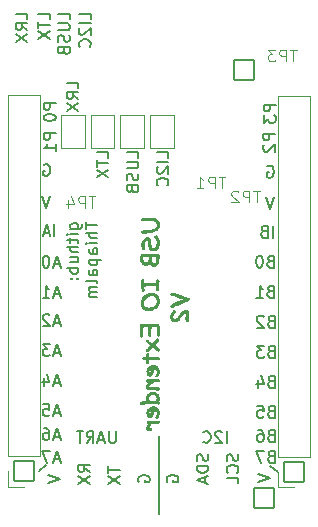
<source format=gbr>
%TF.GenerationSoftware,KiCad,Pcbnew,9.0.0*%
%TF.CreationDate,2025-03-26T16:15:19-03:00*%
%TF.ProjectId,IOExtender,494f4578-7465-46e6-9465-722e6b696361,1.1*%
%TF.SameCoordinates,Original*%
%TF.FileFunction,Legend,Bot*%
%TF.FilePolarity,Positive*%
%FSLAX46Y46*%
G04 Gerber Fmt 4.6, Leading zero omitted, Abs format (unit mm)*
G04 Created by KiCad (PCBNEW 9.0.0) date 2025-03-26 16:15:19*
%MOMM*%
%LPD*%
G01*
G04 APERTURE LIST*
G04 Aperture macros list*
%AMRoundRect*
0 Rectangle with rounded corners*
0 $1 Rounding radius*
0 $2 $3 $4 $5 $6 $7 $8 $9 X,Y pos of 4 corners*
0 Add a 4 corners polygon primitive as box body*
4,1,4,$2,$3,$4,$5,$6,$7,$8,$9,$2,$3,0*
0 Add four circle primitives for the rounded corners*
1,1,$1+$1,$2,$3*
1,1,$1+$1,$4,$5*
1,1,$1+$1,$6,$7*
1,1,$1+$1,$8,$9*
0 Add four rect primitives between the rounded corners*
20,1,$1+$1,$2,$3,$4,$5,0*
20,1,$1+$1,$4,$5,$6,$7,0*
20,1,$1+$1,$6,$7,$8,$9,0*
20,1,$1+$1,$8,$9,$2,$3,0*%
%AMFreePoly0*
4,1,16,0.535355,0.785355,0.541603,0.777735,1.041603,0.027735,1.049029,-0.009806,1.041603,-0.027735,0.541603,-0.777735,0.509806,-0.799029,0.500000,-0.800000,-0.500000,-0.800000,-0.535355,-0.785355,-0.550000,-0.750000,-0.550000,0.750000,-0.535355,0.785355,-0.500000,0.800000,0.500000,0.800000,0.535355,0.785355,0.535355,0.785355,$1*%
%AMFreePoly1*
4,1,16,0.535355,0.785355,0.550000,0.750000,0.550000,-0.750000,0.535355,-0.785355,0.500000,-0.800000,-0.650000,-0.800000,-0.685355,-0.785355,-0.700000,-0.750000,-0.691603,-0.722265,-0.210093,0.000000,-0.691603,0.722265,-0.699029,0.759806,-0.677735,0.791603,-0.650000,0.800000,0.500000,0.800000,0.535355,0.785355,0.535355,0.785355,$1*%
G04 Aperture macros list end*
%ADD10C,0.150000*%
%ADD11C,0.200000*%
%ADD12C,0.100000*%
%ADD13C,0.120000*%
%ADD14C,2.100000*%
%ADD15C,0.750000*%
%ADD16O,1.100000X2.200000*%
%ADD17O,1.100000X1.900000*%
%ADD18RoundRect,0.050000X-0.850000X0.850000X-0.850000X-0.850000X0.850000X-0.850000X0.850000X0.850000X0*%
%ADD19O,1.800000X1.800000*%
%ADD20RoundRect,0.050000X-0.850000X-0.850000X0.850000X-0.850000X0.850000X0.850000X-0.850000X0.850000X0*%
%ADD21FreePoly0,90.000000*%
%ADD22FreePoly1,90.000000*%
G04 APERTURE END LIST*
D10*
X126300000Y-124590000D02*
X126300000Y-117986000D01*
X135698000Y-120526000D02*
X136400000Y-121034000D01*
X116724200Y-120475200D02*
X116140000Y-120957800D01*
X135789887Y-117967009D02*
X135647030Y-118014628D01*
X135647030Y-118014628D02*
X135599411Y-118062247D01*
X135599411Y-118062247D02*
X135551792Y-118157485D01*
X135551792Y-118157485D02*
X135551792Y-118300342D01*
X135551792Y-118300342D02*
X135599411Y-118395580D01*
X135599411Y-118395580D02*
X135647030Y-118443200D01*
X135647030Y-118443200D02*
X135742268Y-118490819D01*
X135742268Y-118490819D02*
X136123220Y-118490819D01*
X136123220Y-118490819D02*
X136123220Y-117490819D01*
X136123220Y-117490819D02*
X135789887Y-117490819D01*
X135789887Y-117490819D02*
X135694649Y-117538438D01*
X135694649Y-117538438D02*
X135647030Y-117586057D01*
X135647030Y-117586057D02*
X135599411Y-117681295D01*
X135599411Y-117681295D02*
X135599411Y-117776533D01*
X135599411Y-117776533D02*
X135647030Y-117871771D01*
X135647030Y-117871771D02*
X135694649Y-117919390D01*
X135694649Y-117919390D02*
X135789887Y-117967009D01*
X135789887Y-117967009D02*
X136123220Y-117967009D01*
X134694649Y-117490819D02*
X134885125Y-117490819D01*
X134885125Y-117490819D02*
X134980363Y-117538438D01*
X134980363Y-117538438D02*
X135027982Y-117586057D01*
X135027982Y-117586057D02*
X135123220Y-117728914D01*
X135123220Y-117728914D02*
X135170839Y-117919390D01*
X135170839Y-117919390D02*
X135170839Y-118300342D01*
X135170839Y-118300342D02*
X135123220Y-118395580D01*
X135123220Y-118395580D02*
X135075601Y-118443200D01*
X135075601Y-118443200D02*
X134980363Y-118490819D01*
X134980363Y-118490819D02*
X134789887Y-118490819D01*
X134789887Y-118490819D02*
X134694649Y-118443200D01*
X134694649Y-118443200D02*
X134647030Y-118395580D01*
X134647030Y-118395580D02*
X134599411Y-118300342D01*
X134599411Y-118300342D02*
X134599411Y-118062247D01*
X134599411Y-118062247D02*
X134647030Y-117967009D01*
X134647030Y-117967009D02*
X134694649Y-117919390D01*
X134694649Y-117919390D02*
X134789887Y-117871771D01*
X134789887Y-117871771D02*
X134980363Y-117871771D01*
X134980363Y-117871771D02*
X135075601Y-117919390D01*
X135075601Y-117919390D02*
X135123220Y-117967009D01*
X135123220Y-117967009D02*
X135170839Y-118062247D01*
X122029619Y-94468769D02*
X122029619Y-93992579D01*
X122029619Y-93992579D02*
X121029619Y-93992579D01*
X121029619Y-94659246D02*
X121029619Y-95230674D01*
X122029619Y-94944960D02*
X121029619Y-94944960D01*
X121029619Y-95468770D02*
X122029619Y-96135436D01*
X121029619Y-96135436D02*
X122029619Y-95468770D01*
X136012077Y-97805819D02*
X135678744Y-98805819D01*
X135678744Y-98805819D02*
X135345411Y-97805819D01*
X117882839Y-106013104D02*
X117406649Y-106013104D01*
X117978077Y-106298819D02*
X117644744Y-105298819D01*
X117644744Y-105298819D02*
X117311411Y-106298819D01*
X116454268Y-106298819D02*
X117025696Y-106298819D01*
X116739982Y-106298819D02*
X116739982Y-105298819D01*
X116739982Y-105298819D02*
X116835220Y-105441676D01*
X116835220Y-105441676D02*
X116930458Y-105536914D01*
X116930458Y-105536914D02*
X117025696Y-105584533D01*
X135789887Y-115935009D02*
X135647030Y-115982628D01*
X135647030Y-115982628D02*
X135599411Y-116030247D01*
X135599411Y-116030247D02*
X135551792Y-116125485D01*
X135551792Y-116125485D02*
X135551792Y-116268342D01*
X135551792Y-116268342D02*
X135599411Y-116363580D01*
X135599411Y-116363580D02*
X135647030Y-116411200D01*
X135647030Y-116411200D02*
X135742268Y-116458819D01*
X135742268Y-116458819D02*
X136123220Y-116458819D01*
X136123220Y-116458819D02*
X136123220Y-115458819D01*
X136123220Y-115458819D02*
X135789887Y-115458819D01*
X135789887Y-115458819D02*
X135694649Y-115506438D01*
X135694649Y-115506438D02*
X135647030Y-115554057D01*
X135647030Y-115554057D02*
X135599411Y-115649295D01*
X135599411Y-115649295D02*
X135599411Y-115744533D01*
X135599411Y-115744533D02*
X135647030Y-115839771D01*
X135647030Y-115839771D02*
X135694649Y-115887390D01*
X135694649Y-115887390D02*
X135789887Y-115935009D01*
X135789887Y-115935009D02*
X136123220Y-115935009D01*
X134647030Y-115458819D02*
X135123220Y-115458819D01*
X135123220Y-115458819D02*
X135170839Y-115935009D01*
X135170839Y-115935009D02*
X135123220Y-115887390D01*
X135123220Y-115887390D02*
X135027982Y-115839771D01*
X135027982Y-115839771D02*
X134789887Y-115839771D01*
X134789887Y-115839771D02*
X134694649Y-115887390D01*
X134694649Y-115887390D02*
X134647030Y-115935009D01*
X134647030Y-115935009D02*
X134599411Y-116030247D01*
X134599411Y-116030247D02*
X134599411Y-116268342D01*
X134599411Y-116268342D02*
X134647030Y-116363580D01*
X134647030Y-116363580D02*
X134694649Y-116411200D01*
X134694649Y-116411200D02*
X134789887Y-116458819D01*
X134789887Y-116458819D02*
X135027982Y-116458819D01*
X135027982Y-116458819D02*
X135123220Y-116411200D01*
X135123220Y-116411200D02*
X135170839Y-116363580D01*
X134694819Y-121227922D02*
X135694819Y-121561255D01*
X135694819Y-121561255D02*
X134694819Y-121894588D01*
D11*
G36*
X126143694Y-100626532D02*
G01*
X126236937Y-100543955D01*
X126313046Y-100446189D01*
X126359497Y-100357348D01*
X126386371Y-100269363D01*
X126395203Y-100180758D01*
X126387681Y-100046794D01*
X126367207Y-99940635D01*
X126336272Y-99857255D01*
X126296377Y-99792412D01*
X126224510Y-99715845D01*
X126136839Y-99651426D01*
X126031079Y-99598907D01*
X125904153Y-99558974D01*
X125752332Y-99533199D01*
X125571342Y-99523959D01*
X125424155Y-99528996D01*
X125276968Y-99534125D01*
X125159457Y-99536140D01*
X125041945Y-99538247D01*
X124963230Y-99545736D01*
X124889721Y-99567922D01*
X124833653Y-99600932D01*
X124804333Y-99637622D01*
X124794924Y-99679663D01*
X124803952Y-99732689D01*
X124831011Y-99779040D01*
X124859134Y-99805430D01*
X124891406Y-99820903D01*
X124929288Y-99826209D01*
X125102395Y-99824652D01*
X125276327Y-99823095D01*
X125421773Y-99817966D01*
X125567220Y-99812928D01*
X125719221Y-99822422D01*
X125856098Y-99849840D01*
X125958883Y-99886216D01*
X126030746Y-99928580D01*
X126078756Y-99975869D01*
X126094385Y-100007889D01*
X126107306Y-100070692D01*
X126113836Y-100180758D01*
X126106918Y-100248368D01*
X126084487Y-100309073D01*
X126045800Y-100364813D01*
X125988209Y-100416671D01*
X125907424Y-100464759D01*
X125797818Y-100508260D01*
X125652674Y-100545565D01*
X125490037Y-100570722D01*
X125268925Y-100588167D01*
X124976274Y-100594750D01*
X124920608Y-100602998D01*
X124865632Y-100628547D01*
X124826089Y-100663965D01*
X124802949Y-100706844D01*
X124794924Y-100759705D01*
X124800972Y-100803460D01*
X124817992Y-100837498D01*
X124846215Y-100864211D01*
X124886293Y-100884210D01*
X124930387Y-100890864D01*
X125202620Y-100885811D01*
X125409547Y-100872377D01*
X125562732Y-100852945D01*
X125737378Y-100815395D01*
X125890872Y-100764578D01*
X126025619Y-100701460D01*
X126143694Y-100626532D01*
G37*
G36*
X126383480Y-101575140D02*
G01*
X126375140Y-101443975D01*
X126351811Y-101334146D01*
X126315346Y-101242197D01*
X126266609Y-101165270D01*
X126213051Y-101107411D01*
X126158473Y-101068884D01*
X126101994Y-101046636D01*
X126042120Y-101039241D01*
X125981671Y-101049272D01*
X125934042Y-101078167D01*
X125910619Y-101106679D01*
X125896211Y-101141885D01*
X125891086Y-101185787D01*
X125901458Y-101241277D01*
X125931919Y-101285440D01*
X125986432Y-101321067D01*
X126039320Y-101356717D01*
X126078394Y-101409227D01*
X126104150Y-101483067D01*
X126113836Y-101585399D01*
X126105423Y-101701309D01*
X126080189Y-101814696D01*
X126037632Y-101926667D01*
X125990520Y-102012117D01*
X125946849Y-102063150D01*
X125905921Y-102089601D01*
X125865807Y-102097759D01*
X125804598Y-102090422D01*
X125758132Y-102070206D01*
X125722804Y-102037789D01*
X125697005Y-101991147D01*
X125675972Y-101896326D01*
X125662475Y-101686882D01*
X125652835Y-101570007D01*
X125630367Y-101464601D01*
X125595796Y-101369152D01*
X125555223Y-101295733D01*
X125510989Y-101243656D01*
X125463092Y-101208834D01*
X125410592Y-101188740D01*
X125351706Y-101182673D01*
X125276558Y-101191400D01*
X125203437Y-101215385D01*
X125131063Y-101255785D01*
X125058472Y-101314852D01*
X124985067Y-101395805D01*
X124911021Y-101505524D01*
X124859436Y-101618354D01*
X124828707Y-101735616D01*
X124818371Y-101858981D01*
X124828549Y-101964110D01*
X124864167Y-102106918D01*
X124900879Y-102202458D01*
X124934728Y-102256409D01*
X124965712Y-102282647D01*
X124995509Y-102290375D01*
X125045097Y-102281241D01*
X125089115Y-102253464D01*
X125114516Y-102223610D01*
X125129665Y-102188951D01*
X125134910Y-102147951D01*
X125130654Y-102094183D01*
X125114394Y-102003970D01*
X125098156Y-101913625D01*
X125093877Y-101858981D01*
X125101398Y-101772406D01*
X125122522Y-101689058D01*
X125157625Y-101607930D01*
X125207061Y-101532918D01*
X125252474Y-101495992D01*
X125296294Y-101485015D01*
X125331304Y-101494002D01*
X125360591Y-101522384D01*
X125380818Y-101565377D01*
X125396036Y-101634583D01*
X125410416Y-101895892D01*
X125426196Y-102009749D01*
X125453493Y-102105955D01*
X125491113Y-102187143D01*
X125538552Y-102255479D01*
X125604989Y-102318403D01*
X125682273Y-102363362D01*
X125772561Y-102391221D01*
X125878996Y-102401017D01*
X125962067Y-102392964D01*
X126036820Y-102369451D01*
X126105088Y-102330408D01*
X126168112Y-102274407D01*
X126226439Y-102198776D01*
X126279890Y-102099774D01*
X126324166Y-101984199D01*
X126356548Y-101859033D01*
X126376578Y-101723112D01*
X126383480Y-101575140D01*
G37*
G36*
X124979572Y-102583558D02*
G01*
X125118882Y-102588687D01*
X126205060Y-102588687D01*
X126242140Y-102593797D01*
X126278339Y-102609478D01*
X126314695Y-102637322D01*
X126343825Y-102672296D01*
X126360409Y-102708637D01*
X126365894Y-102747506D01*
X126359500Y-102934168D01*
X126341531Y-103095016D01*
X126313607Y-103233065D01*
X126277051Y-103351091D01*
X126226899Y-103456160D01*
X126155418Y-103559095D01*
X126088622Y-103628587D01*
X126024297Y-103673884D01*
X125961299Y-103699384D01*
X125897955Y-103707655D01*
X125829219Y-103698738D01*
X125758020Y-103670812D01*
X125682442Y-103620552D01*
X125622055Y-103565648D01*
X125574082Y-103507033D01*
X125537361Y-103444331D01*
X125460744Y-103519016D01*
X125396586Y-103562117D01*
X125340832Y-103585253D01*
X125275021Y-103599942D01*
X125197192Y-103605165D01*
X125113583Y-103597054D01*
X125036678Y-103573155D01*
X124964840Y-103533137D01*
X124896928Y-103475394D01*
X124832385Y-103397162D01*
X124776251Y-103305042D01*
X124737452Y-103213154D01*
X124714592Y-103120574D01*
X124706997Y-103026218D01*
X124986258Y-103026218D01*
X124993944Y-103095708D01*
X125017168Y-103162867D01*
X125057241Y-103229092D01*
X125107254Y-103283964D01*
X125153460Y-103312525D01*
X125198016Y-103321324D01*
X125259056Y-103313417D01*
X125309239Y-103290804D01*
X125351225Y-103253062D01*
X125386032Y-103197115D01*
X125412867Y-103117685D01*
X125429284Y-103007808D01*
X125429838Y-102955078D01*
X125422140Y-102867399D01*
X125703508Y-102867399D01*
X125710652Y-103146110D01*
X125728084Y-103223923D01*
X125767713Y-103312165D01*
X125814911Y-103380115D01*
X125860796Y-103415727D01*
X125907298Y-103427936D01*
X125929969Y-103421822D01*
X125954949Y-103398173D01*
X125983977Y-103346115D01*
X126017299Y-103249608D01*
X126063974Y-103046280D01*
X126084526Y-102867399D01*
X125703508Y-102867399D01*
X125422140Y-102867399D01*
X125206260Y-102868406D01*
X124988364Y-102867399D01*
X124986258Y-103026218D01*
X124706997Y-103026218D01*
X124713830Y-102858666D01*
X124729528Y-102768023D01*
X124747509Y-102685842D01*
X124773771Y-102633782D01*
X124806367Y-102603061D01*
X124846307Y-102588687D01*
X124903615Y-102583458D01*
X124979572Y-102583558D01*
G37*
G36*
X125105601Y-105659186D02*
G01*
X125082154Y-105367194D01*
X125285215Y-105356863D01*
X125580226Y-105352814D01*
X126037632Y-105351807D01*
X126034518Y-105629511D01*
X126044967Y-105686139D01*
X126075642Y-105731452D01*
X126120899Y-105761818D01*
X126174377Y-105771935D01*
X126227698Y-105761808D01*
X126272563Y-105731452D01*
X126302810Y-105686184D01*
X126313138Y-105629511D01*
X126315702Y-105457411D01*
X126318267Y-105285220D01*
X126322017Y-105209293D01*
X126336219Y-105082346D01*
X126350420Y-104955399D01*
X126354170Y-104879471D01*
X126343742Y-104822835D01*
X126313138Y-104777531D01*
X126267893Y-104747187D01*
X126214036Y-104737047D01*
X126160022Y-104747177D01*
X126114385Y-104777531D01*
X126083353Y-104822879D01*
X126072803Y-104879471D01*
X126061079Y-105062837D01*
X125599918Y-105060822D01*
X125325535Y-105066078D01*
X125070430Y-105081338D01*
X125076292Y-104858955D01*
X125066100Y-104802073D01*
X125036175Y-104756007D01*
X124991303Y-104724977D01*
X124936249Y-104714516D01*
X124880651Y-104724972D01*
X124837422Y-104755457D01*
X124810087Y-104797292D01*
X124797306Y-104848697D01*
X124791595Y-104955562D01*
X124789062Y-105162305D01*
X124798162Y-105377091D01*
X124830095Y-105679703D01*
X124846354Y-105736888D01*
X124874273Y-105774518D01*
X124914324Y-105797375D01*
X124970871Y-105805732D01*
X125011835Y-105799896D01*
X125045612Y-105783063D01*
X125074002Y-105754532D01*
X125097675Y-105709756D01*
X125105601Y-105659186D01*
G37*
G36*
X125841677Y-105896943D02*
G01*
X125946300Y-105924304D01*
X126041438Y-105969124D01*
X126128676Y-106032094D01*
X126208999Y-106115035D01*
X126271251Y-106202967D01*
X126319633Y-106297514D01*
X126354606Y-106399612D01*
X126376093Y-106510450D01*
X126383480Y-106631425D01*
X126374278Y-106752520D01*
X126347398Y-106863502D01*
X126303203Y-106966158D01*
X126241084Y-107061904D01*
X126159499Y-107151704D01*
X126056042Y-107236018D01*
X125939293Y-107308744D01*
X125818547Y-107364677D01*
X125693013Y-107404572D01*
X125561732Y-107428707D01*
X125423605Y-107436877D01*
X125289157Y-107428579D01*
X125175524Y-107405280D01*
X125079468Y-107368751D01*
X124998286Y-107319867D01*
X124929929Y-107258549D01*
X124874485Y-107186032D01*
X124829498Y-107098917D01*
X124795416Y-106994746D01*
X124773472Y-106870489D01*
X124765620Y-106722742D01*
X125041121Y-106722742D01*
X125047656Y-106844883D01*
X125064943Y-106935859D01*
X125090176Y-107002244D01*
X125121629Y-107049539D01*
X125166708Y-107088245D01*
X125228635Y-107118245D01*
X125312053Y-107138364D01*
X125422872Y-107145892D01*
X125550760Y-107136983D01*
X125669452Y-107110865D01*
X125780488Y-107067876D01*
X125885133Y-107007590D01*
X125969429Y-106940512D01*
X126031315Y-106870217D01*
X126073990Y-106796167D01*
X126099377Y-106717178D01*
X126107974Y-106631517D01*
X126101009Y-106535337D01*
X126081067Y-106451022D01*
X126048998Y-106376669D01*
X126004842Y-106310765D01*
X125946470Y-106252378D01*
X125881623Y-106211692D01*
X125808930Y-106187088D01*
X125726222Y-106178599D01*
X125601819Y-106188195D01*
X125484277Y-106216598D01*
X125372070Y-106263940D01*
X125263962Y-106331281D01*
X125179611Y-106403197D01*
X125117640Y-106477442D01*
X125074956Y-106554608D01*
X125049650Y-106635837D01*
X125041121Y-106722742D01*
X124765620Y-106722742D01*
X124765615Y-106722650D01*
X124774620Y-106602056D01*
X124801031Y-106490389D01*
X124844607Y-106386031D01*
X124905997Y-106287680D01*
X124986705Y-106194425D01*
X125089023Y-106105784D01*
X125208250Y-106026166D01*
X125330592Y-105965354D01*
X125456873Y-105922239D01*
X125588112Y-105896282D01*
X125725489Y-105887523D01*
X125841677Y-105896943D01*
G37*
G36*
X125000088Y-109548967D02*
G01*
X124994501Y-109505919D01*
X124963302Y-109340530D01*
X124953193Y-109183153D01*
X124956013Y-109105068D01*
X124964917Y-109018197D01*
X125000088Y-108830710D01*
X125410416Y-108821459D01*
X125375520Y-109222079D01*
X125357660Y-109470016D01*
X125367472Y-109526391D01*
X125396494Y-109573514D01*
X125424794Y-109597217D01*
X125458528Y-109611543D01*
X125499351Y-109616561D01*
X125555342Y-109608051D01*
X125595120Y-109584670D01*
X125622940Y-109545867D01*
X125639027Y-109486411D01*
X125656888Y-109241496D01*
X125691784Y-108802958D01*
X125898963Y-108795814D01*
X126037471Y-108800143D01*
X126101446Y-108809414D01*
X126124368Y-108819353D01*
X126132550Y-108843345D01*
X126137649Y-108948496D01*
X126134535Y-109140105D01*
X126131421Y-109331713D01*
X126125284Y-109392163D01*
X126119148Y-109451606D01*
X126127849Y-109507308D01*
X126153128Y-109553089D01*
X126181612Y-109579569D01*
X126216729Y-109595601D01*
X126260564Y-109601266D01*
X126313604Y-109593442D01*
X126352457Y-109571782D01*
X126380777Y-109535868D01*
X126399050Y-109481373D01*
X126412329Y-109351682D01*
X126418651Y-109056116D01*
X126410656Y-108878088D01*
X126390214Y-108754691D01*
X126361744Y-108672577D01*
X126328159Y-108620600D01*
X126275352Y-108578213D01*
X126193267Y-108543284D01*
X126071333Y-108518564D01*
X125896490Y-108508951D01*
X125741407Y-108513135D01*
X125482773Y-108528918D01*
X125224271Y-108544709D01*
X125070155Y-108548884D01*
X124963818Y-108538626D01*
X124857389Y-108528368D01*
X124797194Y-108535056D01*
X124755034Y-108552795D01*
X124726044Y-108580130D01*
X124707853Y-108618484D01*
X124701135Y-108671800D01*
X124707524Y-108715074D01*
X124726780Y-108754873D01*
X124701315Y-108872601D01*
X124684740Y-108980736D01*
X124674949Y-109086578D01*
X124671826Y-109183153D01*
X124679422Y-109355644D01*
X124699930Y-109491134D01*
X124730444Y-109596137D01*
X124752902Y-109638790D01*
X124781256Y-109667320D01*
X124816139Y-109684385D01*
X124859679Y-109690384D01*
X124909331Y-109681242D01*
X124953285Y-109653473D01*
X124979349Y-109623568D01*
X124994776Y-109589227D01*
X125000088Y-109548967D01*
G37*
G36*
X125488269Y-110836554D02*
G01*
X125620160Y-110685887D01*
X125765331Y-110529175D01*
X126148915Y-110841684D01*
X126192264Y-110867617D01*
X126232171Y-110875481D01*
X126281735Y-110864984D01*
X126325777Y-110832433D01*
X126356023Y-110785927D01*
X126365894Y-110734064D01*
X126360617Y-110697866D01*
X126344635Y-110664078D01*
X126316435Y-110631574D01*
X126194492Y-110525626D01*
X125953002Y-110327308D01*
X126194985Y-110070120D01*
X126271830Y-109986040D01*
X126298692Y-109953717D01*
X126313958Y-109920273D01*
X126319000Y-109884648D01*
X126309146Y-109832785D01*
X126279066Y-109786738D01*
X126235168Y-109754614D01*
X126185734Y-109744239D01*
X126148970Y-109751614D01*
X126104578Y-109777062D01*
X126049355Y-109828228D01*
X125933493Y-109963508D01*
X125741793Y-110158231D01*
X125581875Y-110042460D01*
X125494484Y-109970489D01*
X125435237Y-109909195D01*
X125403062Y-109878480D01*
X125370301Y-109861437D01*
X125335769Y-109855889D01*
X125285930Y-109865792D01*
X125240973Y-109896372D01*
X125209710Y-109941016D01*
X125199390Y-109993275D01*
X125210574Y-110037662D01*
X125253071Y-110101529D01*
X125346028Y-110194043D01*
X125557237Y-110357991D01*
X125410233Y-110533205D01*
X125317331Y-110632102D01*
X125249949Y-110689001D01*
X125214513Y-110722040D01*
X125194410Y-110758715D01*
X125187667Y-110800651D01*
X125197245Y-110852685D01*
X125226501Y-110899478D01*
X125269490Y-110932439D01*
X125318550Y-110943075D01*
X125359689Y-110934308D01*
X125414383Y-110902642D01*
X125488269Y-110836554D01*
G37*
G36*
X125493214Y-111788918D02*
G01*
X125491749Y-111738177D01*
X125490192Y-111687527D01*
X125498344Y-111590166D01*
X126039280Y-111608667D01*
X126088923Y-111609675D01*
X126147816Y-111610682D01*
X126245364Y-111602516D01*
X126310049Y-111581685D01*
X126351244Y-111551690D01*
X126375112Y-111512833D01*
X126383480Y-111462121D01*
X126374677Y-111409334D01*
X126348675Y-111364760D01*
X126321549Y-111339397D01*
X126291224Y-111324688D01*
X126256443Y-111319697D01*
X126145801Y-111322720D01*
X126035067Y-111325834D01*
X125504205Y-111307333D01*
X125487261Y-111115266D01*
X125472592Y-111056244D01*
X125446266Y-111017980D01*
X125408270Y-110995025D01*
X125354454Y-110986672D01*
X125301200Y-110996474D01*
X125257001Y-111025598D01*
X125227233Y-111069534D01*
X125216976Y-111125982D01*
X125228699Y-111300188D01*
X125121080Y-111295059D01*
X125020605Y-111290938D01*
X124968574Y-111301448D01*
X124926266Y-111332886D01*
X124898229Y-111378934D01*
X124888713Y-111434369D01*
X124897500Y-111485389D01*
X124922804Y-111524908D01*
X124967076Y-111555815D01*
X125037440Y-111577498D01*
X125144436Y-111586044D01*
X125228699Y-111584029D01*
X125216976Y-111687527D01*
X125221800Y-111796001D01*
X125232363Y-111848361D01*
X125258781Y-111893749D01*
X125298787Y-111920574D01*
X125357110Y-111930335D01*
X125410876Y-111920214D01*
X125454380Y-111890310D01*
X125483258Y-111845637D01*
X125493214Y-111788918D01*
G37*
G36*
X125977439Y-112005780D02*
G01*
X126058523Y-112026961D01*
X126129868Y-112061167D01*
X126193022Y-112108634D01*
X126248932Y-112170578D01*
X126298460Y-112250701D01*
X126334910Y-112342720D01*
X126357827Y-112448710D01*
X126365894Y-112571198D01*
X126359049Y-112677169D01*
X126338766Y-112778310D01*
X126305078Y-112875555D01*
X126260684Y-112958218D01*
X126214933Y-113009547D01*
X126167556Y-113037561D01*
X126116583Y-113046647D01*
X126070391Y-113039495D01*
X126040117Y-113020361D01*
X126021312Y-112988917D01*
X126014184Y-112940127D01*
X126024546Y-112886280D01*
X126063918Y-112803839D01*
X126094056Y-112738089D01*
X126113002Y-112661295D01*
X126119697Y-112571198D01*
X126112044Y-112484422D01*
X126090388Y-112411371D01*
X126053816Y-112346886D01*
X126002461Y-112292486D01*
X125851152Y-112637784D01*
X125777197Y-112795563D01*
X125735290Y-112868319D01*
X125686901Y-112927130D01*
X125638411Y-112965471D01*
X125589028Y-112987206D01*
X125537270Y-112994348D01*
X125462842Y-112984601D01*
X125400729Y-112956544D01*
X125347923Y-112909493D01*
X125303255Y-112839651D01*
X125272918Y-112759052D01*
X125253334Y-112661457D01*
X125246285Y-112543537D01*
X125246293Y-112543446D01*
X125492482Y-112543446D01*
X125497322Y-112616544D01*
X125510643Y-112675459D01*
X125531133Y-112722781D01*
X125583054Y-112632864D01*
X125645988Y-112502504D01*
X125744540Y-112271970D01*
X125662986Y-112304404D01*
X125601167Y-112340766D01*
X125555496Y-112380505D01*
X125520483Y-112428701D01*
X125499628Y-112482418D01*
X125492482Y-112543446D01*
X125246293Y-112543446D01*
X125254620Y-112442714D01*
X125278699Y-112353178D01*
X125317965Y-112272902D01*
X125372983Y-112200367D01*
X125445404Y-112134675D01*
X125538161Y-112076084D01*
X125641026Y-112033692D01*
X125755769Y-112007483D01*
X125884583Y-111998387D01*
X125977439Y-112005780D01*
G37*
G36*
X126389341Y-114036014D02*
G01*
X126380971Y-113977972D01*
X126358325Y-113937752D01*
X126321458Y-113910524D01*
X126265785Y-113895605D01*
X126054301Y-113866937D01*
X125943374Y-113855261D01*
X125842818Y-113851549D01*
X125751959Y-113855121D01*
X125661009Y-113858693D01*
X125624739Y-113860708D01*
X125577295Y-113862815D01*
X125524189Y-113856163D01*
X125499888Y-113840949D01*
X125492482Y-113818760D01*
X125503318Y-113760619D01*
X125538357Y-113699883D01*
X125605047Y-113633837D01*
X125683559Y-113579630D01*
X125777820Y-113532153D01*
X125890170Y-113491963D01*
X125982219Y-113482712D01*
X126074360Y-113476575D01*
X126162837Y-113483170D01*
X126251222Y-113489856D01*
X126306103Y-113479587D01*
X126350049Y-113449373D01*
X126379300Y-113404207D01*
X126389341Y-113347432D01*
X126379326Y-113290720D01*
X126350232Y-113245949D01*
X126306507Y-113216161D01*
X126251772Y-113206015D01*
X126163753Y-113199879D01*
X126075734Y-113193742D01*
X125797572Y-113208030D01*
X125519318Y-113222410D01*
X125425987Y-113218838D01*
X125333846Y-113215266D01*
X125280280Y-113225741D01*
X125237401Y-113256757D01*
X125209068Y-113302520D01*
X125199390Y-113358698D01*
X125209492Y-113417786D01*
X125237591Y-113459368D01*
X125285731Y-113487866D01*
X125362239Y-113502129D01*
X125373505Y-113503137D01*
X125304345Y-113583408D01*
X125258118Y-113661911D01*
X125231554Y-113739835D01*
X125222838Y-113818760D01*
X125229915Y-113894600D01*
X125249796Y-113957020D01*
X125281536Y-114008731D01*
X125325686Y-114051553D01*
X125384221Y-114086206D01*
X125458509Y-114111211D01*
X125563545Y-114128692D01*
X125707995Y-114135390D01*
X125780536Y-114135390D01*
X125846939Y-114134382D01*
X125931975Y-114139236D01*
X126052286Y-114156364D01*
X126172389Y-114173579D01*
X126256534Y-114178438D01*
X126309065Y-114168109D01*
X126351514Y-114137405D01*
X126379687Y-114092113D01*
X126389341Y-114036014D01*
G37*
G36*
X125951219Y-114283470D02*
G01*
X126050915Y-114312740D01*
X126139647Y-114360578D01*
X126219257Y-114428023D01*
X126283030Y-114508135D01*
X126328434Y-114597094D01*
X126356257Y-114696658D01*
X126365894Y-114809225D01*
X126362648Y-114888389D01*
X126353071Y-114964014D01*
X126333173Y-115036935D01*
X126298208Y-115108453D01*
X126336239Y-115137861D01*
X126358249Y-115174624D01*
X126365894Y-115221202D01*
X126356721Y-115272089D01*
X126329075Y-115316457D01*
X126287494Y-115347140D01*
X126235377Y-115357490D01*
X126205335Y-115354375D01*
X126050993Y-115338331D01*
X125714315Y-115330837D01*
X125545665Y-115335669D01*
X125266801Y-115353826D01*
X124987936Y-115372056D01*
X124819287Y-115376907D01*
X124766381Y-115367551D01*
X124722934Y-115339996D01*
X124693688Y-115297917D01*
X124683549Y-115242634D01*
X124691487Y-115189817D01*
X124713319Y-115152035D01*
X124749496Y-115125357D01*
X124804724Y-115109461D01*
X124965363Y-115094152D01*
X125288417Y-115077679D01*
X125260127Y-115030373D01*
X125239232Y-114973173D01*
X125227155Y-114910432D01*
X125223077Y-114840000D01*
X125480758Y-114840000D01*
X125489075Y-114911097D01*
X125512632Y-114969143D01*
X125551845Y-115017500D01*
X125609352Y-115057254D01*
X125985883Y-115057254D01*
X126017756Y-115023457D01*
X126064993Y-114960682D01*
X126083610Y-114929118D01*
X126096767Y-114883115D01*
X126102112Y-114809225D01*
X126093358Y-114739953D01*
X126067383Y-114677068D01*
X126022886Y-114618624D01*
X125965900Y-114572704D01*
X125903190Y-114545787D01*
X125832559Y-114536650D01*
X125717523Y-114546444D01*
X125631886Y-114572691D01*
X125568777Y-114612488D01*
X125531622Y-114653224D01*
X125504350Y-114703277D01*
X125486994Y-114764630D01*
X125480758Y-114840000D01*
X125223077Y-114840000D01*
X125222838Y-114835878D01*
X125230062Y-114736340D01*
X125250919Y-114647401D01*
X125284749Y-114567368D01*
X125331667Y-114494889D01*
X125392556Y-114429031D01*
X125481460Y-114362434D01*
X125583547Y-114314087D01*
X125701303Y-114283922D01*
X125837963Y-114273326D01*
X125951219Y-114283470D01*
G37*
G36*
X125977439Y-115511153D02*
G01*
X126058523Y-115532335D01*
X126129868Y-115566540D01*
X126193022Y-115614007D01*
X126248932Y-115675952D01*
X126298460Y-115756074D01*
X126334910Y-115848093D01*
X126357827Y-115954083D01*
X126365894Y-116076571D01*
X126359049Y-116182542D01*
X126338766Y-116283683D01*
X126305078Y-116380928D01*
X126260684Y-116463591D01*
X126214933Y-116514920D01*
X126167556Y-116542935D01*
X126116583Y-116552020D01*
X126070391Y-116544868D01*
X126040117Y-116525734D01*
X126021312Y-116494291D01*
X126014184Y-116445500D01*
X126024546Y-116391654D01*
X126063918Y-116309212D01*
X126094056Y-116243463D01*
X126113002Y-116166669D01*
X126119697Y-116076571D01*
X126112044Y-115989796D01*
X126090388Y-115916745D01*
X126053816Y-115852260D01*
X126002461Y-115797859D01*
X125851152Y-116143158D01*
X125777197Y-116300937D01*
X125735290Y-116373692D01*
X125686901Y-116432503D01*
X125638411Y-116470845D01*
X125589028Y-116492580D01*
X125537270Y-116499722D01*
X125462842Y-116489975D01*
X125400729Y-116461918D01*
X125347923Y-116414866D01*
X125303255Y-116345024D01*
X125272918Y-116264425D01*
X125253334Y-116166831D01*
X125246285Y-116048911D01*
X125246293Y-116048819D01*
X125492482Y-116048819D01*
X125497322Y-116121917D01*
X125510643Y-116180833D01*
X125531133Y-116228154D01*
X125583054Y-116138237D01*
X125645988Y-116007878D01*
X125744540Y-115777343D01*
X125662986Y-115809777D01*
X125601167Y-115846140D01*
X125555496Y-115885878D01*
X125520483Y-115934074D01*
X125499628Y-115987792D01*
X125492482Y-116048819D01*
X125246293Y-116048819D01*
X125254620Y-115948087D01*
X125278699Y-115858551D01*
X125317965Y-115778275D01*
X125372983Y-115705741D01*
X125445404Y-115640048D01*
X125538161Y-115581457D01*
X125641026Y-115539065D01*
X125755769Y-115512856D01*
X125884583Y-115503760D01*
X125977439Y-115511153D01*
G37*
G36*
X125581783Y-117592586D02*
G01*
X125655092Y-117578548D01*
X125701512Y-117550441D01*
X125728813Y-117509160D01*
X125738678Y-117450162D01*
X125729747Y-117391753D01*
X125705926Y-117353612D01*
X125666953Y-117330024D01*
X125606696Y-117321110D01*
X125504205Y-117315981D01*
X125526231Y-117226648D01*
X125560665Y-117150729D01*
X125607201Y-117086120D01*
X125666539Y-117031407D01*
X125740327Y-116985979D01*
X126254428Y-116986986D01*
X126308011Y-116976869D01*
X126350965Y-116947053D01*
X126379488Y-116902417D01*
X126389341Y-116845661D01*
X126384444Y-116805175D01*
X126370700Y-116773039D01*
X126348309Y-116747292D01*
X126307182Y-116723021D01*
X126253970Y-116714503D01*
X125582149Y-116714503D01*
X125487261Y-116716518D01*
X125392373Y-116718624D01*
X125339018Y-116727428D01*
X125296477Y-116752879D01*
X125268163Y-116793186D01*
X125258009Y-116850790D01*
X125265666Y-116902961D01*
X125286813Y-116940965D01*
X125321787Y-116968468D01*
X125374787Y-116985979D01*
X125315506Y-117080101D01*
X125273851Y-117177824D01*
X125248865Y-117280241D01*
X125240423Y-117388705D01*
X125247890Y-117450905D01*
X125268681Y-117499388D01*
X125302355Y-117537462D01*
X125351089Y-117566607D01*
X125419298Y-117586194D01*
X125513090Y-117593594D01*
X125581783Y-117592586D01*
G37*
G36*
X128408705Y-106463997D02*
G01*
X127789183Y-106703782D01*
X127544451Y-106792900D01*
X127409785Y-106859143D01*
X127320236Y-106923051D01*
X127290774Y-106956514D01*
X127273757Y-106992948D01*
X127268030Y-107033693D01*
X127278089Y-107088379D01*
X127308513Y-107136184D01*
X127353561Y-107169290D01*
X127407340Y-107180239D01*
X127447154Y-107173620D01*
X127488214Y-107152579D01*
X127573434Y-107101053D01*
X127680739Y-107051096D01*
X127883521Y-106975258D01*
X128593352Y-106700668D01*
X128716255Y-106648662D01*
X128841198Y-106584897D01*
X128886488Y-106550079D01*
X128912258Y-106508189D01*
X128921065Y-106456761D01*
X128914555Y-106406689D01*
X128896123Y-106366589D01*
X128865637Y-106334059D01*
X128820681Y-106308200D01*
X128617261Y-106230408D01*
X128336463Y-106138485D01*
X127961099Y-106030588D01*
X127684403Y-105945500D01*
X127505318Y-105899191D01*
X127417048Y-105888164D01*
X127378763Y-105893245D01*
X127345755Y-105908071D01*
X127316664Y-105933227D01*
X127289007Y-105979776D01*
X127279753Y-106033610D01*
X127286180Y-106079149D01*
X127304580Y-106116040D01*
X127335582Y-106146433D01*
X127382244Y-106170905D01*
X127559472Y-106211938D01*
X127891398Y-106309208D01*
X128175168Y-106390279D01*
X128408705Y-106463997D01*
G37*
G36*
X128839000Y-108264311D02*
G01*
X128830756Y-108184810D01*
X128822422Y-108107507D01*
X128821414Y-107806264D01*
X128830207Y-107688386D01*
X128839000Y-107569593D01*
X128834878Y-107536803D01*
X128830756Y-107504013D01*
X128821829Y-107447390D01*
X128797184Y-107407126D01*
X128755926Y-107378992D01*
X128702096Y-107364524D01*
X128610297Y-107358475D01*
X128484954Y-107368690D01*
X128379161Y-107397552D01*
X128289362Y-107443563D01*
X128227571Y-107492113D01*
X128161468Y-107561348D01*
X128090426Y-107655688D01*
X127908892Y-107931286D01*
X127843400Y-108006528D01*
X127777879Y-108055878D01*
X127711251Y-108083974D01*
X127641629Y-108093219D01*
X127618633Y-108087561D01*
X127593394Y-108068212D01*
X127564327Y-108028647D01*
X127535064Y-107963256D01*
X127525950Y-107902618D01*
X127535490Y-107833123D01*
X127566119Y-107757285D01*
X127622670Y-107672541D01*
X127685270Y-107586506D01*
X127712699Y-107535018D01*
X127719390Y-107506028D01*
X127712574Y-107454408D01*
X127692829Y-107410682D01*
X127667660Y-107381844D01*
X127637858Y-107365194D01*
X127601787Y-107359483D01*
X127562403Y-107365077D01*
X127527021Y-107381741D01*
X127494351Y-107410682D01*
X127395044Y-107533155D01*
X127334799Y-107626929D01*
X127294047Y-107717883D01*
X127270110Y-107809386D01*
X127262168Y-107902618D01*
X127272720Y-108017980D01*
X127303719Y-108123831D01*
X127355316Y-108222271D01*
X127415146Y-108296038D01*
X127480479Y-108345831D01*
X127552537Y-108375207D01*
X127633753Y-108385211D01*
X127747344Y-108375733D01*
X127844963Y-108348722D01*
X127929500Y-108305252D01*
X127990013Y-108258905D01*
X128053010Y-108194186D01*
X128118911Y-108107507D01*
X128279561Y-107851327D01*
X128351002Y-107759075D01*
X128422385Y-107696897D01*
X128494576Y-107659111D01*
X128569355Y-107642316D01*
X128555434Y-107808279D01*
X128545908Y-108120879D01*
X128555174Y-108207790D01*
X128583552Y-108294994D01*
X128621489Y-108358909D01*
X128660943Y-108391462D01*
X128703628Y-108401606D01*
X128753034Y-108392213D01*
X128796226Y-108363687D01*
X128828263Y-108318978D01*
X128839000Y-108264311D01*
G37*
D10*
X118813208Y-100463350D02*
X119622732Y-100463350D01*
X119622732Y-100463350D02*
X119717970Y-100415731D01*
X119717970Y-100415731D02*
X119765589Y-100368112D01*
X119765589Y-100368112D02*
X119813208Y-100272874D01*
X119813208Y-100272874D02*
X119813208Y-100130017D01*
X119813208Y-100130017D02*
X119765589Y-100034779D01*
X119432256Y-100463350D02*
X119479875Y-100368112D01*
X119479875Y-100368112D02*
X119479875Y-100177636D01*
X119479875Y-100177636D02*
X119432256Y-100082398D01*
X119432256Y-100082398D02*
X119384636Y-100034779D01*
X119384636Y-100034779D02*
X119289398Y-99987160D01*
X119289398Y-99987160D02*
X119003684Y-99987160D01*
X119003684Y-99987160D02*
X118908446Y-100034779D01*
X118908446Y-100034779D02*
X118860827Y-100082398D01*
X118860827Y-100082398D02*
X118813208Y-100177636D01*
X118813208Y-100177636D02*
X118813208Y-100368112D01*
X118813208Y-100368112D02*
X118860827Y-100463350D01*
X119479875Y-100939541D02*
X118813208Y-100939541D01*
X118479875Y-100939541D02*
X118527494Y-100891922D01*
X118527494Y-100891922D02*
X118575113Y-100939541D01*
X118575113Y-100939541D02*
X118527494Y-100987160D01*
X118527494Y-100987160D02*
X118479875Y-100939541D01*
X118479875Y-100939541D02*
X118575113Y-100939541D01*
X118813208Y-101272874D02*
X118813208Y-101653826D01*
X118479875Y-101415731D02*
X119337017Y-101415731D01*
X119337017Y-101415731D02*
X119432256Y-101463350D01*
X119432256Y-101463350D02*
X119479875Y-101558588D01*
X119479875Y-101558588D02*
X119479875Y-101653826D01*
X119479875Y-101987160D02*
X118479875Y-101987160D01*
X119479875Y-102415731D02*
X118956065Y-102415731D01*
X118956065Y-102415731D02*
X118860827Y-102368112D01*
X118860827Y-102368112D02*
X118813208Y-102272874D01*
X118813208Y-102272874D02*
X118813208Y-102130017D01*
X118813208Y-102130017D02*
X118860827Y-102034779D01*
X118860827Y-102034779D02*
X118908446Y-101987160D01*
X118813208Y-103320493D02*
X119479875Y-103320493D01*
X118813208Y-102891922D02*
X119337017Y-102891922D01*
X119337017Y-102891922D02*
X119432256Y-102939541D01*
X119432256Y-102939541D02*
X119479875Y-103034779D01*
X119479875Y-103034779D02*
X119479875Y-103177636D01*
X119479875Y-103177636D02*
X119432256Y-103272874D01*
X119432256Y-103272874D02*
X119384636Y-103320493D01*
X119479875Y-103796684D02*
X118479875Y-103796684D01*
X118860827Y-103796684D02*
X118813208Y-103891922D01*
X118813208Y-103891922D02*
X118813208Y-104082398D01*
X118813208Y-104082398D02*
X118860827Y-104177636D01*
X118860827Y-104177636D02*
X118908446Y-104225255D01*
X118908446Y-104225255D02*
X119003684Y-104272874D01*
X119003684Y-104272874D02*
X119289398Y-104272874D01*
X119289398Y-104272874D02*
X119384636Y-104225255D01*
X119384636Y-104225255D02*
X119432256Y-104177636D01*
X119432256Y-104177636D02*
X119479875Y-104082398D01*
X119479875Y-104082398D02*
X119479875Y-103891922D01*
X119479875Y-103891922D02*
X119432256Y-103796684D01*
X119384636Y-104701446D02*
X119432256Y-104749065D01*
X119432256Y-104749065D02*
X119479875Y-104701446D01*
X119479875Y-104701446D02*
X119432256Y-104653827D01*
X119432256Y-104653827D02*
X119384636Y-104701446D01*
X119384636Y-104701446D02*
X119479875Y-104701446D01*
X118860827Y-104701446D02*
X118908446Y-104749065D01*
X118908446Y-104749065D02*
X118956065Y-104701446D01*
X118956065Y-104701446D02*
X118908446Y-104653827D01*
X118908446Y-104653827D02*
X118860827Y-104701446D01*
X118860827Y-104701446D02*
X118956065Y-104701446D01*
X120089819Y-99891922D02*
X120089819Y-100463350D01*
X121089819Y-100177636D02*
X120089819Y-100177636D01*
X121089819Y-100796684D02*
X120089819Y-100796684D01*
X121089819Y-101225255D02*
X120566009Y-101225255D01*
X120566009Y-101225255D02*
X120470771Y-101177636D01*
X120470771Y-101177636D02*
X120423152Y-101082398D01*
X120423152Y-101082398D02*
X120423152Y-100939541D01*
X120423152Y-100939541D02*
X120470771Y-100844303D01*
X120470771Y-100844303D02*
X120518390Y-100796684D01*
X121089819Y-101701446D02*
X120423152Y-101701446D01*
X120089819Y-101701446D02*
X120137438Y-101653827D01*
X120137438Y-101653827D02*
X120185057Y-101701446D01*
X120185057Y-101701446D02*
X120137438Y-101749065D01*
X120137438Y-101749065D02*
X120089819Y-101701446D01*
X120089819Y-101701446D02*
X120185057Y-101701446D01*
X121089819Y-102606207D02*
X120566009Y-102606207D01*
X120566009Y-102606207D02*
X120470771Y-102558588D01*
X120470771Y-102558588D02*
X120423152Y-102463350D01*
X120423152Y-102463350D02*
X120423152Y-102272874D01*
X120423152Y-102272874D02*
X120470771Y-102177636D01*
X121042200Y-102606207D02*
X121089819Y-102510969D01*
X121089819Y-102510969D02*
X121089819Y-102272874D01*
X121089819Y-102272874D02*
X121042200Y-102177636D01*
X121042200Y-102177636D02*
X120946961Y-102130017D01*
X120946961Y-102130017D02*
X120851723Y-102130017D01*
X120851723Y-102130017D02*
X120756485Y-102177636D01*
X120756485Y-102177636D02*
X120708866Y-102272874D01*
X120708866Y-102272874D02*
X120708866Y-102510969D01*
X120708866Y-102510969D02*
X120661247Y-102606207D01*
X120423152Y-103082398D02*
X121423152Y-103082398D01*
X120470771Y-103082398D02*
X120423152Y-103177636D01*
X120423152Y-103177636D02*
X120423152Y-103368112D01*
X120423152Y-103368112D02*
X120470771Y-103463350D01*
X120470771Y-103463350D02*
X120518390Y-103510969D01*
X120518390Y-103510969D02*
X120613628Y-103558588D01*
X120613628Y-103558588D02*
X120899342Y-103558588D01*
X120899342Y-103558588D02*
X120994580Y-103510969D01*
X120994580Y-103510969D02*
X121042200Y-103463350D01*
X121042200Y-103463350D02*
X121089819Y-103368112D01*
X121089819Y-103368112D02*
X121089819Y-103177636D01*
X121089819Y-103177636D02*
X121042200Y-103082398D01*
X121089819Y-104415731D02*
X120566009Y-104415731D01*
X120566009Y-104415731D02*
X120470771Y-104368112D01*
X120470771Y-104368112D02*
X120423152Y-104272874D01*
X120423152Y-104272874D02*
X120423152Y-104082398D01*
X120423152Y-104082398D02*
X120470771Y-103987160D01*
X121042200Y-104415731D02*
X121089819Y-104320493D01*
X121089819Y-104320493D02*
X121089819Y-104082398D01*
X121089819Y-104082398D02*
X121042200Y-103987160D01*
X121042200Y-103987160D02*
X120946961Y-103939541D01*
X120946961Y-103939541D02*
X120851723Y-103939541D01*
X120851723Y-103939541D02*
X120756485Y-103987160D01*
X120756485Y-103987160D02*
X120708866Y-104082398D01*
X120708866Y-104082398D02*
X120708866Y-104320493D01*
X120708866Y-104320493D02*
X120661247Y-104415731D01*
X121089819Y-105034779D02*
X121042200Y-104939541D01*
X121042200Y-104939541D02*
X120946961Y-104891922D01*
X120946961Y-104891922D02*
X120089819Y-104891922D01*
X121089819Y-105415732D02*
X120423152Y-105415732D01*
X120518390Y-105415732D02*
X120470771Y-105463351D01*
X120470771Y-105463351D02*
X120423152Y-105558589D01*
X120423152Y-105558589D02*
X120423152Y-105701446D01*
X120423152Y-105701446D02*
X120470771Y-105796684D01*
X120470771Y-105796684D02*
X120566009Y-105844303D01*
X120566009Y-105844303D02*
X121089819Y-105844303D01*
X120566009Y-105844303D02*
X120470771Y-105891922D01*
X120470771Y-105891922D02*
X120423152Y-105987160D01*
X120423152Y-105987160D02*
X120423152Y-106130017D01*
X120423152Y-106130017D02*
X120470771Y-106225256D01*
X120470771Y-106225256D02*
X120566009Y-106272875D01*
X120566009Y-106272875D02*
X121089819Y-106272875D01*
X126995438Y-121894588D02*
X126947819Y-121799350D01*
X126947819Y-121799350D02*
X126947819Y-121656493D01*
X126947819Y-121656493D02*
X126995438Y-121513636D01*
X126995438Y-121513636D02*
X127090676Y-121418398D01*
X127090676Y-121418398D02*
X127185914Y-121370779D01*
X127185914Y-121370779D02*
X127376390Y-121323160D01*
X127376390Y-121323160D02*
X127519247Y-121323160D01*
X127519247Y-121323160D02*
X127709723Y-121370779D01*
X127709723Y-121370779D02*
X127804961Y-121418398D01*
X127804961Y-121418398D02*
X127900200Y-121513636D01*
X127900200Y-121513636D02*
X127947819Y-121656493D01*
X127947819Y-121656493D02*
X127947819Y-121751731D01*
X127947819Y-121751731D02*
X127900200Y-121894588D01*
X127900200Y-121894588D02*
X127852580Y-121942207D01*
X127852580Y-121942207D02*
X127519247Y-121942207D01*
X127519247Y-121942207D02*
X127519247Y-121751731D01*
X117882839Y-103473104D02*
X117406649Y-103473104D01*
X117978077Y-103758819D02*
X117644744Y-102758819D01*
X117644744Y-102758819D02*
X117311411Y-103758819D01*
X116787601Y-102758819D02*
X116692363Y-102758819D01*
X116692363Y-102758819D02*
X116597125Y-102806438D01*
X116597125Y-102806438D02*
X116549506Y-102854057D01*
X116549506Y-102854057D02*
X116501887Y-102949295D01*
X116501887Y-102949295D02*
X116454268Y-103139771D01*
X116454268Y-103139771D02*
X116454268Y-103377866D01*
X116454268Y-103377866D02*
X116501887Y-103568342D01*
X116501887Y-103568342D02*
X116549506Y-103663580D01*
X116549506Y-103663580D02*
X116597125Y-103711200D01*
X116597125Y-103711200D02*
X116692363Y-103758819D01*
X116692363Y-103758819D02*
X116787601Y-103758819D01*
X116787601Y-103758819D02*
X116882839Y-103711200D01*
X116882839Y-103711200D02*
X116930458Y-103663580D01*
X116930458Y-103663580D02*
X116978077Y-103568342D01*
X116978077Y-103568342D02*
X117025696Y-103377866D01*
X117025696Y-103377866D02*
X117025696Y-103139771D01*
X117025696Y-103139771D02*
X116978077Y-102949295D01*
X116978077Y-102949295D02*
X116930458Y-102854057D01*
X116930458Y-102854057D02*
X116882839Y-102806438D01*
X116882839Y-102806438D02*
X116787601Y-102758819D01*
X122661220Y-117617819D02*
X122661220Y-118427342D01*
X122661220Y-118427342D02*
X122613601Y-118522580D01*
X122613601Y-118522580D02*
X122565982Y-118570200D01*
X122565982Y-118570200D02*
X122470744Y-118617819D01*
X122470744Y-118617819D02*
X122280268Y-118617819D01*
X122280268Y-118617819D02*
X122185030Y-118570200D01*
X122185030Y-118570200D02*
X122137411Y-118522580D01*
X122137411Y-118522580D02*
X122089792Y-118427342D01*
X122089792Y-118427342D02*
X122089792Y-117617819D01*
X121661220Y-118332104D02*
X121185030Y-118332104D01*
X121756458Y-118617819D02*
X121423125Y-117617819D01*
X121423125Y-117617819D02*
X121089792Y-118617819D01*
X120185030Y-118617819D02*
X120518363Y-118141628D01*
X120756458Y-118617819D02*
X120756458Y-117617819D01*
X120756458Y-117617819D02*
X120375506Y-117617819D01*
X120375506Y-117617819D02*
X120280268Y-117665438D01*
X120280268Y-117665438D02*
X120232649Y-117713057D01*
X120232649Y-117713057D02*
X120185030Y-117808295D01*
X120185030Y-117808295D02*
X120185030Y-117951152D01*
X120185030Y-117951152D02*
X120232649Y-118046390D01*
X120232649Y-118046390D02*
X120280268Y-118094009D01*
X120280268Y-118094009D02*
X120375506Y-118141628D01*
X120375506Y-118141628D02*
X120756458Y-118141628D01*
X119899315Y-117617819D02*
X119327887Y-117617819D01*
X119613601Y-118617819D02*
X119613601Y-117617819D01*
X135789887Y-108315009D02*
X135647030Y-108362628D01*
X135647030Y-108362628D02*
X135599411Y-108410247D01*
X135599411Y-108410247D02*
X135551792Y-108505485D01*
X135551792Y-108505485D02*
X135551792Y-108648342D01*
X135551792Y-108648342D02*
X135599411Y-108743580D01*
X135599411Y-108743580D02*
X135647030Y-108791200D01*
X135647030Y-108791200D02*
X135742268Y-108838819D01*
X135742268Y-108838819D02*
X136123220Y-108838819D01*
X136123220Y-108838819D02*
X136123220Y-107838819D01*
X136123220Y-107838819D02*
X135789887Y-107838819D01*
X135789887Y-107838819D02*
X135694649Y-107886438D01*
X135694649Y-107886438D02*
X135647030Y-107934057D01*
X135647030Y-107934057D02*
X135599411Y-108029295D01*
X135599411Y-108029295D02*
X135599411Y-108124533D01*
X135599411Y-108124533D02*
X135647030Y-108219771D01*
X135647030Y-108219771D02*
X135694649Y-108267390D01*
X135694649Y-108267390D02*
X135789887Y-108315009D01*
X135789887Y-108315009D02*
X136123220Y-108315009D01*
X135170839Y-107934057D02*
X135123220Y-107886438D01*
X135123220Y-107886438D02*
X135027982Y-107838819D01*
X135027982Y-107838819D02*
X134789887Y-107838819D01*
X134789887Y-107838819D02*
X134694649Y-107886438D01*
X134694649Y-107886438D02*
X134647030Y-107934057D01*
X134647030Y-107934057D02*
X134599411Y-108029295D01*
X134599411Y-108029295D02*
X134599411Y-108124533D01*
X134599411Y-108124533D02*
X134647030Y-108267390D01*
X134647030Y-108267390D02*
X135218458Y-108838819D01*
X135218458Y-108838819D02*
X134599411Y-108838819D01*
X135729887Y-103235009D02*
X135587030Y-103282628D01*
X135587030Y-103282628D02*
X135539411Y-103330247D01*
X135539411Y-103330247D02*
X135491792Y-103425485D01*
X135491792Y-103425485D02*
X135491792Y-103568342D01*
X135491792Y-103568342D02*
X135539411Y-103663580D01*
X135539411Y-103663580D02*
X135587030Y-103711200D01*
X135587030Y-103711200D02*
X135682268Y-103758819D01*
X135682268Y-103758819D02*
X136063220Y-103758819D01*
X136063220Y-103758819D02*
X136063220Y-102758819D01*
X136063220Y-102758819D02*
X135729887Y-102758819D01*
X135729887Y-102758819D02*
X135634649Y-102806438D01*
X135634649Y-102806438D02*
X135587030Y-102854057D01*
X135587030Y-102854057D02*
X135539411Y-102949295D01*
X135539411Y-102949295D02*
X135539411Y-103044533D01*
X135539411Y-103044533D02*
X135587030Y-103139771D01*
X135587030Y-103139771D02*
X135634649Y-103187390D01*
X135634649Y-103187390D02*
X135729887Y-103235009D01*
X135729887Y-103235009D02*
X136063220Y-103235009D01*
X134872744Y-102758819D02*
X134777506Y-102758819D01*
X134777506Y-102758819D02*
X134682268Y-102806438D01*
X134682268Y-102806438D02*
X134634649Y-102854057D01*
X134634649Y-102854057D02*
X134587030Y-102949295D01*
X134587030Y-102949295D02*
X134539411Y-103139771D01*
X134539411Y-103139771D02*
X134539411Y-103377866D01*
X134539411Y-103377866D02*
X134587030Y-103568342D01*
X134587030Y-103568342D02*
X134634649Y-103663580D01*
X134634649Y-103663580D02*
X134682268Y-103711200D01*
X134682268Y-103711200D02*
X134777506Y-103758819D01*
X134777506Y-103758819D02*
X134872744Y-103758819D01*
X134872744Y-103758819D02*
X134967982Y-103711200D01*
X134967982Y-103711200D02*
X135015601Y-103663580D01*
X135015601Y-103663580D02*
X135063220Y-103568342D01*
X135063220Y-103568342D02*
X135110839Y-103377866D01*
X135110839Y-103377866D02*
X135110839Y-103139771D01*
X135110839Y-103139771D02*
X135063220Y-102949295D01*
X135063220Y-102949295D02*
X135015601Y-102854057D01*
X135015601Y-102854057D02*
X134967982Y-102806438D01*
X134967982Y-102806438D02*
X134872744Y-102758819D01*
X116549411Y-95059438D02*
X116644649Y-95011819D01*
X116644649Y-95011819D02*
X116787506Y-95011819D01*
X116787506Y-95011819D02*
X116930363Y-95059438D01*
X116930363Y-95059438D02*
X117025601Y-95154676D01*
X117025601Y-95154676D02*
X117073220Y-95249914D01*
X117073220Y-95249914D02*
X117120839Y-95440390D01*
X117120839Y-95440390D02*
X117120839Y-95583247D01*
X117120839Y-95583247D02*
X117073220Y-95773723D01*
X117073220Y-95773723D02*
X117025601Y-95868961D01*
X117025601Y-95868961D02*
X116930363Y-95964200D01*
X116930363Y-95964200D02*
X116787506Y-96011819D01*
X116787506Y-96011819D02*
X116692268Y-96011819D01*
X116692268Y-96011819D02*
X116549411Y-95964200D01*
X116549411Y-95964200D02*
X116501792Y-95916580D01*
X116501792Y-95916580D02*
X116501792Y-95583247D01*
X116501792Y-95583247D02*
X116692268Y-95583247D01*
X136126619Y-92414779D02*
X135126619Y-92414779D01*
X135126619Y-92414779D02*
X135126619Y-92795731D01*
X135126619Y-92795731D02*
X135174238Y-92890969D01*
X135174238Y-92890969D02*
X135221857Y-92938588D01*
X135221857Y-92938588D02*
X135317095Y-92986207D01*
X135317095Y-92986207D02*
X135459952Y-92986207D01*
X135459952Y-92986207D02*
X135555190Y-92938588D01*
X135555190Y-92938588D02*
X135602809Y-92890969D01*
X135602809Y-92890969D02*
X135650428Y-92795731D01*
X135650428Y-92795731D02*
X135650428Y-92414779D01*
X135221857Y-93367160D02*
X135174238Y-93414779D01*
X135174238Y-93414779D02*
X135126619Y-93510017D01*
X135126619Y-93510017D02*
X135126619Y-93748112D01*
X135126619Y-93748112D02*
X135174238Y-93843350D01*
X135174238Y-93843350D02*
X135221857Y-93890969D01*
X135221857Y-93890969D02*
X135317095Y-93938588D01*
X135317095Y-93938588D02*
X135412333Y-93938588D01*
X135412333Y-93938588D02*
X135555190Y-93890969D01*
X135555190Y-93890969D02*
X136126619Y-93319541D01*
X136126619Y-93319541D02*
X136126619Y-93938588D01*
X124582438Y-121894588D02*
X124534819Y-121799350D01*
X124534819Y-121799350D02*
X124534819Y-121656493D01*
X124534819Y-121656493D02*
X124582438Y-121513636D01*
X124582438Y-121513636D02*
X124677676Y-121418398D01*
X124677676Y-121418398D02*
X124772914Y-121370779D01*
X124772914Y-121370779D02*
X124963390Y-121323160D01*
X124963390Y-121323160D02*
X125106247Y-121323160D01*
X125106247Y-121323160D02*
X125296723Y-121370779D01*
X125296723Y-121370779D02*
X125391961Y-121418398D01*
X125391961Y-121418398D02*
X125487200Y-121513636D01*
X125487200Y-121513636D02*
X125534819Y-121656493D01*
X125534819Y-121656493D02*
X125534819Y-121751731D01*
X125534819Y-121751731D02*
X125487200Y-121894588D01*
X125487200Y-121894588D02*
X125439580Y-121942207D01*
X125439580Y-121942207D02*
X125106247Y-121942207D01*
X125106247Y-121942207D02*
X125106247Y-121751731D01*
X130440200Y-119545160D02*
X130487819Y-119688017D01*
X130487819Y-119688017D02*
X130487819Y-119926112D01*
X130487819Y-119926112D02*
X130440200Y-120021350D01*
X130440200Y-120021350D02*
X130392580Y-120068969D01*
X130392580Y-120068969D02*
X130297342Y-120116588D01*
X130297342Y-120116588D02*
X130202104Y-120116588D01*
X130202104Y-120116588D02*
X130106866Y-120068969D01*
X130106866Y-120068969D02*
X130059247Y-120021350D01*
X130059247Y-120021350D02*
X130011628Y-119926112D01*
X130011628Y-119926112D02*
X129964009Y-119735636D01*
X129964009Y-119735636D02*
X129916390Y-119640398D01*
X129916390Y-119640398D02*
X129868771Y-119592779D01*
X129868771Y-119592779D02*
X129773533Y-119545160D01*
X129773533Y-119545160D02*
X129678295Y-119545160D01*
X129678295Y-119545160D02*
X129583057Y-119592779D01*
X129583057Y-119592779D02*
X129535438Y-119640398D01*
X129535438Y-119640398D02*
X129487819Y-119735636D01*
X129487819Y-119735636D02*
X129487819Y-119973731D01*
X129487819Y-119973731D02*
X129535438Y-120116588D01*
X130487819Y-120545160D02*
X129487819Y-120545160D01*
X129487819Y-120545160D02*
X129487819Y-120783255D01*
X129487819Y-120783255D02*
X129535438Y-120926112D01*
X129535438Y-120926112D02*
X129630676Y-121021350D01*
X129630676Y-121021350D02*
X129725914Y-121068969D01*
X129725914Y-121068969D02*
X129916390Y-121116588D01*
X129916390Y-121116588D02*
X130059247Y-121116588D01*
X130059247Y-121116588D02*
X130249723Y-121068969D01*
X130249723Y-121068969D02*
X130344961Y-121021350D01*
X130344961Y-121021350D02*
X130440200Y-120926112D01*
X130440200Y-120926112D02*
X130487819Y-120783255D01*
X130487819Y-120783255D02*
X130487819Y-120545160D01*
X130202104Y-121497541D02*
X130202104Y-121973731D01*
X130487819Y-121402303D02*
X129487819Y-121735636D01*
X129487819Y-121735636D02*
X130487819Y-122068969D01*
X117882839Y-113506104D02*
X117406649Y-113506104D01*
X117978077Y-113791819D02*
X117644744Y-112791819D01*
X117644744Y-112791819D02*
X117311411Y-113791819D01*
X116549506Y-113125152D02*
X116549506Y-113791819D01*
X116787601Y-112744200D02*
X117025696Y-113458485D01*
X117025696Y-113458485D02*
X116406649Y-113458485D01*
X117089077Y-97678819D02*
X116755744Y-98678819D01*
X116755744Y-98678819D02*
X116422411Y-97678819D01*
X120531019Y-82730969D02*
X120531019Y-82254779D01*
X120531019Y-82254779D02*
X119531019Y-82254779D01*
X120531019Y-83064303D02*
X119531019Y-83064303D01*
X119626257Y-83492874D02*
X119578638Y-83540493D01*
X119578638Y-83540493D02*
X119531019Y-83635731D01*
X119531019Y-83635731D02*
X119531019Y-83873826D01*
X119531019Y-83873826D02*
X119578638Y-83969064D01*
X119578638Y-83969064D02*
X119626257Y-84016683D01*
X119626257Y-84016683D02*
X119721495Y-84064302D01*
X119721495Y-84064302D02*
X119816733Y-84064302D01*
X119816733Y-84064302D02*
X119959590Y-84016683D01*
X119959590Y-84016683D02*
X120531019Y-83445255D01*
X120531019Y-83445255D02*
X120531019Y-84064302D01*
X120435780Y-85064302D02*
X120483400Y-85016683D01*
X120483400Y-85016683D02*
X120531019Y-84873826D01*
X120531019Y-84873826D02*
X120531019Y-84778588D01*
X120531019Y-84778588D02*
X120483400Y-84635731D01*
X120483400Y-84635731D02*
X120388161Y-84540493D01*
X120388161Y-84540493D02*
X120292923Y-84492874D01*
X120292923Y-84492874D02*
X120102447Y-84445255D01*
X120102447Y-84445255D02*
X119959590Y-84445255D01*
X119959590Y-84445255D02*
X119769114Y-84492874D01*
X119769114Y-84492874D02*
X119673876Y-84540493D01*
X119673876Y-84540493D02*
X119578638Y-84635731D01*
X119578638Y-84635731D02*
X119531019Y-84778588D01*
X119531019Y-84778588D02*
X119531019Y-84873826D01*
X119531019Y-84873826D02*
X119578638Y-85016683D01*
X119578638Y-85016683D02*
X119626257Y-85064302D01*
X135729887Y-105775009D02*
X135587030Y-105822628D01*
X135587030Y-105822628D02*
X135539411Y-105870247D01*
X135539411Y-105870247D02*
X135491792Y-105965485D01*
X135491792Y-105965485D02*
X135491792Y-106108342D01*
X135491792Y-106108342D02*
X135539411Y-106203580D01*
X135539411Y-106203580D02*
X135587030Y-106251200D01*
X135587030Y-106251200D02*
X135682268Y-106298819D01*
X135682268Y-106298819D02*
X136063220Y-106298819D01*
X136063220Y-106298819D02*
X136063220Y-105298819D01*
X136063220Y-105298819D02*
X135729887Y-105298819D01*
X135729887Y-105298819D02*
X135634649Y-105346438D01*
X135634649Y-105346438D02*
X135587030Y-105394057D01*
X135587030Y-105394057D02*
X135539411Y-105489295D01*
X135539411Y-105489295D02*
X135539411Y-105584533D01*
X135539411Y-105584533D02*
X135587030Y-105679771D01*
X135587030Y-105679771D02*
X135634649Y-105727390D01*
X135634649Y-105727390D02*
X135729887Y-105775009D01*
X135729887Y-105775009D02*
X136063220Y-105775009D01*
X134539411Y-106298819D02*
X135110839Y-106298819D01*
X134825125Y-106298819D02*
X134825125Y-105298819D01*
X134825125Y-105298819D02*
X134920363Y-105441676D01*
X134920363Y-105441676D02*
X135015601Y-105536914D01*
X135015601Y-105536914D02*
X135110839Y-105584533D01*
X127109619Y-94468769D02*
X127109619Y-93992579D01*
X127109619Y-93992579D02*
X126109619Y-93992579D01*
X127109619Y-94802103D02*
X126109619Y-94802103D01*
X126204857Y-95230674D02*
X126157238Y-95278293D01*
X126157238Y-95278293D02*
X126109619Y-95373531D01*
X126109619Y-95373531D02*
X126109619Y-95611626D01*
X126109619Y-95611626D02*
X126157238Y-95706864D01*
X126157238Y-95706864D02*
X126204857Y-95754483D01*
X126204857Y-95754483D02*
X126300095Y-95802102D01*
X126300095Y-95802102D02*
X126395333Y-95802102D01*
X126395333Y-95802102D02*
X126538190Y-95754483D01*
X126538190Y-95754483D02*
X127109619Y-95183055D01*
X127109619Y-95183055D02*
X127109619Y-95802102D01*
X127014380Y-96802102D02*
X127062000Y-96754483D01*
X127062000Y-96754483D02*
X127109619Y-96611626D01*
X127109619Y-96611626D02*
X127109619Y-96516388D01*
X127109619Y-96516388D02*
X127062000Y-96373531D01*
X127062000Y-96373531D02*
X126966761Y-96278293D01*
X126966761Y-96278293D02*
X126871523Y-96230674D01*
X126871523Y-96230674D02*
X126681047Y-96183055D01*
X126681047Y-96183055D02*
X126538190Y-96183055D01*
X126538190Y-96183055D02*
X126347714Y-96230674D01*
X126347714Y-96230674D02*
X126252476Y-96278293D01*
X126252476Y-96278293D02*
X126157238Y-96373531D01*
X126157238Y-96373531D02*
X126109619Y-96516388D01*
X126109619Y-96516388D02*
X126109619Y-96611626D01*
X126109619Y-96611626D02*
X126157238Y-96754483D01*
X126157238Y-96754483D02*
X126204857Y-96802102D01*
X132059220Y-118617819D02*
X132059220Y-117617819D01*
X131630649Y-117713057D02*
X131583030Y-117665438D01*
X131583030Y-117665438D02*
X131487792Y-117617819D01*
X131487792Y-117617819D02*
X131249697Y-117617819D01*
X131249697Y-117617819D02*
X131154459Y-117665438D01*
X131154459Y-117665438D02*
X131106840Y-117713057D01*
X131106840Y-117713057D02*
X131059221Y-117808295D01*
X131059221Y-117808295D02*
X131059221Y-117903533D01*
X131059221Y-117903533D02*
X131106840Y-118046390D01*
X131106840Y-118046390D02*
X131678268Y-118617819D01*
X131678268Y-118617819D02*
X131059221Y-118617819D01*
X130059221Y-118522580D02*
X130106840Y-118570200D01*
X130106840Y-118570200D02*
X130249697Y-118617819D01*
X130249697Y-118617819D02*
X130344935Y-118617819D01*
X130344935Y-118617819D02*
X130487792Y-118570200D01*
X130487792Y-118570200D02*
X130583030Y-118474961D01*
X130583030Y-118474961D02*
X130630649Y-118379723D01*
X130630649Y-118379723D02*
X130678268Y-118189247D01*
X130678268Y-118189247D02*
X130678268Y-118046390D01*
X130678268Y-118046390D02*
X130630649Y-117855914D01*
X130630649Y-117855914D02*
X130583030Y-117760676D01*
X130583030Y-117760676D02*
X130487792Y-117665438D01*
X130487792Y-117665438D02*
X130344935Y-117617819D01*
X130344935Y-117617819D02*
X130249697Y-117617819D01*
X130249697Y-117617819D02*
X130106840Y-117665438D01*
X130106840Y-117665438D02*
X130059221Y-117713057D01*
X117559219Y-92389379D02*
X116559219Y-92389379D01*
X116559219Y-92389379D02*
X116559219Y-92770331D01*
X116559219Y-92770331D02*
X116606838Y-92865569D01*
X116606838Y-92865569D02*
X116654457Y-92913188D01*
X116654457Y-92913188D02*
X116749695Y-92960807D01*
X116749695Y-92960807D02*
X116892552Y-92960807D01*
X116892552Y-92960807D02*
X116987790Y-92913188D01*
X116987790Y-92913188D02*
X117035409Y-92865569D01*
X117035409Y-92865569D02*
X117083028Y-92770331D01*
X117083028Y-92770331D02*
X117083028Y-92389379D01*
X117559219Y-93913188D02*
X117559219Y-93341760D01*
X117559219Y-93627474D02*
X116559219Y-93627474D01*
X116559219Y-93627474D02*
X116702076Y-93532236D01*
X116702076Y-93532236D02*
X116797314Y-93436998D01*
X116797314Y-93436998D02*
X116844933Y-93341760D01*
X117882839Y-110966104D02*
X117406649Y-110966104D01*
X117978077Y-111251819D02*
X117644744Y-110251819D01*
X117644744Y-110251819D02*
X117311411Y-111251819D01*
X117073315Y-110251819D02*
X116454268Y-110251819D01*
X116454268Y-110251819D02*
X116787601Y-110632771D01*
X116787601Y-110632771D02*
X116644744Y-110632771D01*
X116644744Y-110632771D02*
X116549506Y-110680390D01*
X116549506Y-110680390D02*
X116501887Y-110728009D01*
X116501887Y-110728009D02*
X116454268Y-110823247D01*
X116454268Y-110823247D02*
X116454268Y-111061342D01*
X116454268Y-111061342D02*
X116501887Y-111156580D01*
X116501887Y-111156580D02*
X116549506Y-111204200D01*
X116549506Y-111204200D02*
X116644744Y-111251819D01*
X116644744Y-111251819D02*
X116930458Y-111251819D01*
X116930458Y-111251819D02*
X117025696Y-111204200D01*
X117025696Y-111204200D02*
X117073315Y-111156580D01*
X135789887Y-110855009D02*
X135647030Y-110902628D01*
X135647030Y-110902628D02*
X135599411Y-110950247D01*
X135599411Y-110950247D02*
X135551792Y-111045485D01*
X135551792Y-111045485D02*
X135551792Y-111188342D01*
X135551792Y-111188342D02*
X135599411Y-111283580D01*
X135599411Y-111283580D02*
X135647030Y-111331200D01*
X135647030Y-111331200D02*
X135742268Y-111378819D01*
X135742268Y-111378819D02*
X136123220Y-111378819D01*
X136123220Y-111378819D02*
X136123220Y-110378819D01*
X136123220Y-110378819D02*
X135789887Y-110378819D01*
X135789887Y-110378819D02*
X135694649Y-110426438D01*
X135694649Y-110426438D02*
X135647030Y-110474057D01*
X135647030Y-110474057D02*
X135599411Y-110569295D01*
X135599411Y-110569295D02*
X135599411Y-110664533D01*
X135599411Y-110664533D02*
X135647030Y-110759771D01*
X135647030Y-110759771D02*
X135694649Y-110807390D01*
X135694649Y-110807390D02*
X135789887Y-110855009D01*
X135789887Y-110855009D02*
X136123220Y-110855009D01*
X135218458Y-110378819D02*
X134599411Y-110378819D01*
X134599411Y-110378819D02*
X134932744Y-110759771D01*
X134932744Y-110759771D02*
X134789887Y-110759771D01*
X134789887Y-110759771D02*
X134694649Y-110807390D01*
X134694649Y-110807390D02*
X134647030Y-110855009D01*
X134647030Y-110855009D02*
X134599411Y-110950247D01*
X134599411Y-110950247D02*
X134599411Y-111188342D01*
X134599411Y-111188342D02*
X134647030Y-111283580D01*
X134647030Y-111283580D02*
X134694649Y-111331200D01*
X134694649Y-111331200D02*
X134789887Y-111378819D01*
X134789887Y-111378819D02*
X135075601Y-111378819D01*
X135075601Y-111378819D02*
X135170839Y-111331200D01*
X135170839Y-111331200D02*
X135218458Y-111283580D01*
X117882839Y-116046104D02*
X117406649Y-116046104D01*
X117978077Y-116331819D02*
X117644744Y-115331819D01*
X117644744Y-115331819D02*
X117311411Y-116331819D01*
X116501887Y-115331819D02*
X116978077Y-115331819D01*
X116978077Y-115331819D02*
X117025696Y-115808009D01*
X117025696Y-115808009D02*
X116978077Y-115760390D01*
X116978077Y-115760390D02*
X116882839Y-115712771D01*
X116882839Y-115712771D02*
X116644744Y-115712771D01*
X116644744Y-115712771D02*
X116549506Y-115760390D01*
X116549506Y-115760390D02*
X116501887Y-115808009D01*
X116501887Y-115808009D02*
X116454268Y-115903247D01*
X116454268Y-115903247D02*
X116454268Y-116141342D01*
X116454268Y-116141342D02*
X116501887Y-116236580D01*
X116501887Y-116236580D02*
X116549506Y-116284200D01*
X116549506Y-116284200D02*
X116644744Y-116331819D01*
X116644744Y-116331819D02*
X116882839Y-116331819D01*
X116882839Y-116331819D02*
X116978077Y-116284200D01*
X116978077Y-116284200D02*
X117025696Y-116236580D01*
X117882839Y-108426104D02*
X117406649Y-108426104D01*
X117978077Y-108711819D02*
X117644744Y-107711819D01*
X117644744Y-107711819D02*
X117311411Y-108711819D01*
X117025696Y-107807057D02*
X116978077Y-107759438D01*
X116978077Y-107759438D02*
X116882839Y-107711819D01*
X116882839Y-107711819D02*
X116644744Y-107711819D01*
X116644744Y-107711819D02*
X116549506Y-107759438D01*
X116549506Y-107759438D02*
X116501887Y-107807057D01*
X116501887Y-107807057D02*
X116454268Y-107902295D01*
X116454268Y-107902295D02*
X116454268Y-107997533D01*
X116454268Y-107997533D02*
X116501887Y-108140390D01*
X116501887Y-108140390D02*
X117073315Y-108711819D01*
X117073315Y-108711819D02*
X116454268Y-108711819D01*
X120454819Y-121053207D02*
X119978628Y-120719874D01*
X120454819Y-120481779D02*
X119454819Y-120481779D01*
X119454819Y-120481779D02*
X119454819Y-120862731D01*
X119454819Y-120862731D02*
X119502438Y-120957969D01*
X119502438Y-120957969D02*
X119550057Y-121005588D01*
X119550057Y-121005588D02*
X119645295Y-121053207D01*
X119645295Y-121053207D02*
X119788152Y-121053207D01*
X119788152Y-121053207D02*
X119883390Y-121005588D01*
X119883390Y-121005588D02*
X119931009Y-120957969D01*
X119931009Y-120957969D02*
X119978628Y-120862731D01*
X119978628Y-120862731D02*
X119978628Y-120481779D01*
X119454819Y-121386541D02*
X120454819Y-122053207D01*
X119454819Y-122053207D02*
X120454819Y-121386541D01*
X115171619Y-82730969D02*
X115171619Y-82254779D01*
X115171619Y-82254779D02*
X114171619Y-82254779D01*
X115171619Y-83635731D02*
X114695428Y-83302398D01*
X115171619Y-83064303D02*
X114171619Y-83064303D01*
X114171619Y-83064303D02*
X114171619Y-83445255D01*
X114171619Y-83445255D02*
X114219238Y-83540493D01*
X114219238Y-83540493D02*
X114266857Y-83588112D01*
X114266857Y-83588112D02*
X114362095Y-83635731D01*
X114362095Y-83635731D02*
X114504952Y-83635731D01*
X114504952Y-83635731D02*
X114600190Y-83588112D01*
X114600190Y-83588112D02*
X114647809Y-83540493D01*
X114647809Y-83540493D02*
X114695428Y-83445255D01*
X114695428Y-83445255D02*
X114695428Y-83064303D01*
X114171619Y-83969065D02*
X115171619Y-84635731D01*
X114171619Y-84635731D02*
X115171619Y-83969065D01*
X121994819Y-120592922D02*
X121994819Y-121164350D01*
X122994819Y-120878636D02*
X121994819Y-120878636D01*
X121994819Y-121402446D02*
X122994819Y-122069112D01*
X121994819Y-122069112D02*
X122994819Y-121402446D01*
X136177419Y-89976379D02*
X135177419Y-89976379D01*
X135177419Y-89976379D02*
X135177419Y-90357331D01*
X135177419Y-90357331D02*
X135225038Y-90452569D01*
X135225038Y-90452569D02*
X135272657Y-90500188D01*
X135272657Y-90500188D02*
X135367895Y-90547807D01*
X135367895Y-90547807D02*
X135510752Y-90547807D01*
X135510752Y-90547807D02*
X135605990Y-90500188D01*
X135605990Y-90500188D02*
X135653609Y-90452569D01*
X135653609Y-90452569D02*
X135701228Y-90357331D01*
X135701228Y-90357331D02*
X135701228Y-89976379D01*
X135177419Y-90881141D02*
X135177419Y-91500188D01*
X135177419Y-91500188D02*
X135558371Y-91166855D01*
X135558371Y-91166855D02*
X135558371Y-91309712D01*
X135558371Y-91309712D02*
X135605990Y-91404950D01*
X135605990Y-91404950D02*
X135653609Y-91452569D01*
X135653609Y-91452569D02*
X135748847Y-91500188D01*
X135748847Y-91500188D02*
X135986942Y-91500188D01*
X135986942Y-91500188D02*
X136082180Y-91452569D01*
X136082180Y-91452569D02*
X136129800Y-91404950D01*
X136129800Y-91404950D02*
X136177419Y-91309712D01*
X136177419Y-91309712D02*
X136177419Y-91023998D01*
X136177419Y-91023998D02*
X136129800Y-90928760D01*
X136129800Y-90928760D02*
X136082180Y-90881141D01*
X117454220Y-101091819D02*
X117454220Y-100091819D01*
X117025649Y-100806104D02*
X116549459Y-100806104D01*
X117120887Y-101091819D02*
X116787554Y-100091819D01*
X116787554Y-100091819D02*
X116454221Y-101091819D01*
X135789887Y-113395009D02*
X135647030Y-113442628D01*
X135647030Y-113442628D02*
X135599411Y-113490247D01*
X135599411Y-113490247D02*
X135551792Y-113585485D01*
X135551792Y-113585485D02*
X135551792Y-113728342D01*
X135551792Y-113728342D02*
X135599411Y-113823580D01*
X135599411Y-113823580D02*
X135647030Y-113871200D01*
X135647030Y-113871200D02*
X135742268Y-113918819D01*
X135742268Y-113918819D02*
X136123220Y-113918819D01*
X136123220Y-113918819D02*
X136123220Y-112918819D01*
X136123220Y-112918819D02*
X135789887Y-112918819D01*
X135789887Y-112918819D02*
X135694649Y-112966438D01*
X135694649Y-112966438D02*
X135647030Y-113014057D01*
X135647030Y-113014057D02*
X135599411Y-113109295D01*
X135599411Y-113109295D02*
X135599411Y-113204533D01*
X135599411Y-113204533D02*
X135647030Y-113299771D01*
X135647030Y-113299771D02*
X135694649Y-113347390D01*
X135694649Y-113347390D02*
X135789887Y-113395009D01*
X135789887Y-113395009D02*
X136123220Y-113395009D01*
X134694649Y-113252152D02*
X134694649Y-113918819D01*
X134932744Y-112871200D02*
X135170839Y-113585485D01*
X135170839Y-113585485D02*
X134551792Y-113585485D01*
X119489619Y-88572969D02*
X119489619Y-88096779D01*
X119489619Y-88096779D02*
X118489619Y-88096779D01*
X119489619Y-89477731D02*
X119013428Y-89144398D01*
X119489619Y-88906303D02*
X118489619Y-88906303D01*
X118489619Y-88906303D02*
X118489619Y-89287255D01*
X118489619Y-89287255D02*
X118537238Y-89382493D01*
X118537238Y-89382493D02*
X118584857Y-89430112D01*
X118584857Y-89430112D02*
X118680095Y-89477731D01*
X118680095Y-89477731D02*
X118822952Y-89477731D01*
X118822952Y-89477731D02*
X118918190Y-89430112D01*
X118918190Y-89430112D02*
X118965809Y-89382493D01*
X118965809Y-89382493D02*
X119013428Y-89287255D01*
X119013428Y-89287255D02*
X119013428Y-88906303D01*
X118489619Y-89811065D02*
X119489619Y-90477731D01*
X118489619Y-90477731D02*
X119489619Y-89811065D01*
X117882839Y-118078104D02*
X117406649Y-118078104D01*
X117978077Y-118363819D02*
X117644744Y-117363819D01*
X117644744Y-117363819D02*
X117311411Y-118363819D01*
X116549506Y-117363819D02*
X116739982Y-117363819D01*
X116739982Y-117363819D02*
X116835220Y-117411438D01*
X116835220Y-117411438D02*
X116882839Y-117459057D01*
X116882839Y-117459057D02*
X116978077Y-117601914D01*
X116978077Y-117601914D02*
X117025696Y-117792390D01*
X117025696Y-117792390D02*
X117025696Y-118173342D01*
X117025696Y-118173342D02*
X116978077Y-118268580D01*
X116978077Y-118268580D02*
X116930458Y-118316200D01*
X116930458Y-118316200D02*
X116835220Y-118363819D01*
X116835220Y-118363819D02*
X116644744Y-118363819D01*
X116644744Y-118363819D02*
X116549506Y-118316200D01*
X116549506Y-118316200D02*
X116501887Y-118268580D01*
X116501887Y-118268580D02*
X116454268Y-118173342D01*
X116454268Y-118173342D02*
X116454268Y-117935247D01*
X116454268Y-117935247D02*
X116501887Y-117840009D01*
X116501887Y-117840009D02*
X116549506Y-117792390D01*
X116549506Y-117792390D02*
X116644744Y-117744771D01*
X116644744Y-117744771D02*
X116835220Y-117744771D01*
X116835220Y-117744771D02*
X116930458Y-117792390D01*
X116930458Y-117792390D02*
X116978077Y-117840009D01*
X116978077Y-117840009D02*
X117025696Y-117935247D01*
X117051219Y-82756369D02*
X117051219Y-82280179D01*
X117051219Y-82280179D02*
X116051219Y-82280179D01*
X116051219Y-82946846D02*
X116051219Y-83518274D01*
X117051219Y-83232560D02*
X116051219Y-83232560D01*
X116051219Y-83756370D02*
X117051219Y-84423036D01*
X116051219Y-84423036D02*
X117051219Y-83756370D01*
X124569619Y-94468769D02*
X124569619Y-93992579D01*
X124569619Y-93992579D02*
X123569619Y-93992579D01*
X123569619Y-94802103D02*
X124379142Y-94802103D01*
X124379142Y-94802103D02*
X124474380Y-94849722D01*
X124474380Y-94849722D02*
X124522000Y-94897341D01*
X124522000Y-94897341D02*
X124569619Y-94992579D01*
X124569619Y-94992579D02*
X124569619Y-95183055D01*
X124569619Y-95183055D02*
X124522000Y-95278293D01*
X124522000Y-95278293D02*
X124474380Y-95325912D01*
X124474380Y-95325912D02*
X124379142Y-95373531D01*
X124379142Y-95373531D02*
X123569619Y-95373531D01*
X124522000Y-95802103D02*
X124569619Y-95944960D01*
X124569619Y-95944960D02*
X124569619Y-96183055D01*
X124569619Y-96183055D02*
X124522000Y-96278293D01*
X124522000Y-96278293D02*
X124474380Y-96325912D01*
X124474380Y-96325912D02*
X124379142Y-96373531D01*
X124379142Y-96373531D02*
X124283904Y-96373531D01*
X124283904Y-96373531D02*
X124188666Y-96325912D01*
X124188666Y-96325912D02*
X124141047Y-96278293D01*
X124141047Y-96278293D02*
X124093428Y-96183055D01*
X124093428Y-96183055D02*
X124045809Y-95992579D01*
X124045809Y-95992579D02*
X123998190Y-95897341D01*
X123998190Y-95897341D02*
X123950571Y-95849722D01*
X123950571Y-95849722D02*
X123855333Y-95802103D01*
X123855333Y-95802103D02*
X123760095Y-95802103D01*
X123760095Y-95802103D02*
X123664857Y-95849722D01*
X123664857Y-95849722D02*
X123617238Y-95897341D01*
X123617238Y-95897341D02*
X123569619Y-95992579D01*
X123569619Y-95992579D02*
X123569619Y-96230674D01*
X123569619Y-96230674D02*
X123617238Y-96373531D01*
X124045809Y-97135436D02*
X124093428Y-97278293D01*
X124093428Y-97278293D02*
X124141047Y-97325912D01*
X124141047Y-97325912D02*
X124236285Y-97373531D01*
X124236285Y-97373531D02*
X124379142Y-97373531D01*
X124379142Y-97373531D02*
X124474380Y-97325912D01*
X124474380Y-97325912D02*
X124522000Y-97278293D01*
X124522000Y-97278293D02*
X124569619Y-97183055D01*
X124569619Y-97183055D02*
X124569619Y-96802103D01*
X124569619Y-96802103D02*
X123569619Y-96802103D01*
X123569619Y-96802103D02*
X123569619Y-97135436D01*
X123569619Y-97135436D02*
X123617238Y-97230674D01*
X123617238Y-97230674D02*
X123664857Y-97278293D01*
X123664857Y-97278293D02*
X123760095Y-97325912D01*
X123760095Y-97325912D02*
X123855333Y-97325912D01*
X123855333Y-97325912D02*
X123950571Y-97278293D01*
X123950571Y-97278293D02*
X123998190Y-97230674D01*
X123998190Y-97230674D02*
X124045809Y-97135436D01*
X124045809Y-97135436D02*
X124045809Y-96802103D01*
X132980200Y-119545160D02*
X133027819Y-119688017D01*
X133027819Y-119688017D02*
X133027819Y-119926112D01*
X133027819Y-119926112D02*
X132980200Y-120021350D01*
X132980200Y-120021350D02*
X132932580Y-120068969D01*
X132932580Y-120068969D02*
X132837342Y-120116588D01*
X132837342Y-120116588D02*
X132742104Y-120116588D01*
X132742104Y-120116588D02*
X132646866Y-120068969D01*
X132646866Y-120068969D02*
X132599247Y-120021350D01*
X132599247Y-120021350D02*
X132551628Y-119926112D01*
X132551628Y-119926112D02*
X132504009Y-119735636D01*
X132504009Y-119735636D02*
X132456390Y-119640398D01*
X132456390Y-119640398D02*
X132408771Y-119592779D01*
X132408771Y-119592779D02*
X132313533Y-119545160D01*
X132313533Y-119545160D02*
X132218295Y-119545160D01*
X132218295Y-119545160D02*
X132123057Y-119592779D01*
X132123057Y-119592779D02*
X132075438Y-119640398D01*
X132075438Y-119640398D02*
X132027819Y-119735636D01*
X132027819Y-119735636D02*
X132027819Y-119973731D01*
X132027819Y-119973731D02*
X132075438Y-120116588D01*
X132932580Y-121116588D02*
X132980200Y-121068969D01*
X132980200Y-121068969D02*
X133027819Y-120926112D01*
X133027819Y-120926112D02*
X133027819Y-120830874D01*
X133027819Y-120830874D02*
X132980200Y-120688017D01*
X132980200Y-120688017D02*
X132884961Y-120592779D01*
X132884961Y-120592779D02*
X132789723Y-120545160D01*
X132789723Y-120545160D02*
X132599247Y-120497541D01*
X132599247Y-120497541D02*
X132456390Y-120497541D01*
X132456390Y-120497541D02*
X132265914Y-120545160D01*
X132265914Y-120545160D02*
X132170676Y-120592779D01*
X132170676Y-120592779D02*
X132075438Y-120688017D01*
X132075438Y-120688017D02*
X132027819Y-120830874D01*
X132027819Y-120830874D02*
X132027819Y-120926112D01*
X132027819Y-120926112D02*
X132075438Y-121068969D01*
X132075438Y-121068969D02*
X132123057Y-121116588D01*
X133027819Y-122021350D02*
X133027819Y-121545160D01*
X133027819Y-121545160D02*
X132027819Y-121545160D01*
X135996220Y-101218819D02*
X135996220Y-100218819D01*
X135186697Y-100695009D02*
X135043840Y-100742628D01*
X135043840Y-100742628D02*
X134996221Y-100790247D01*
X134996221Y-100790247D02*
X134948602Y-100885485D01*
X134948602Y-100885485D02*
X134948602Y-101028342D01*
X134948602Y-101028342D02*
X134996221Y-101123580D01*
X134996221Y-101123580D02*
X135043840Y-101171200D01*
X135043840Y-101171200D02*
X135139078Y-101218819D01*
X135139078Y-101218819D02*
X135520030Y-101218819D01*
X135520030Y-101218819D02*
X135520030Y-100218819D01*
X135520030Y-100218819D02*
X135186697Y-100218819D01*
X135186697Y-100218819D02*
X135091459Y-100266438D01*
X135091459Y-100266438D02*
X135043840Y-100314057D01*
X135043840Y-100314057D02*
X134996221Y-100409295D01*
X134996221Y-100409295D02*
X134996221Y-100504533D01*
X134996221Y-100504533D02*
X135043840Y-100599771D01*
X135043840Y-100599771D02*
X135091459Y-100647390D01*
X135091459Y-100647390D02*
X135186697Y-100695009D01*
X135186697Y-100695009D02*
X135520030Y-100695009D01*
X117559219Y-89823979D02*
X116559219Y-89823979D01*
X116559219Y-89823979D02*
X116559219Y-90204931D01*
X116559219Y-90204931D02*
X116606838Y-90300169D01*
X116606838Y-90300169D02*
X116654457Y-90347788D01*
X116654457Y-90347788D02*
X116749695Y-90395407D01*
X116749695Y-90395407D02*
X116892552Y-90395407D01*
X116892552Y-90395407D02*
X116987790Y-90347788D01*
X116987790Y-90347788D02*
X117035409Y-90300169D01*
X117035409Y-90300169D02*
X117083028Y-90204931D01*
X117083028Y-90204931D02*
X117083028Y-89823979D01*
X116559219Y-91014455D02*
X116559219Y-91109693D01*
X116559219Y-91109693D02*
X116606838Y-91204931D01*
X116606838Y-91204931D02*
X116654457Y-91252550D01*
X116654457Y-91252550D02*
X116749695Y-91300169D01*
X116749695Y-91300169D02*
X116940171Y-91347788D01*
X116940171Y-91347788D02*
X117178266Y-91347788D01*
X117178266Y-91347788D02*
X117368742Y-91300169D01*
X117368742Y-91300169D02*
X117463980Y-91252550D01*
X117463980Y-91252550D02*
X117511600Y-91204931D01*
X117511600Y-91204931D02*
X117559219Y-91109693D01*
X117559219Y-91109693D02*
X117559219Y-91014455D01*
X117559219Y-91014455D02*
X117511600Y-90919217D01*
X117511600Y-90919217D02*
X117463980Y-90871598D01*
X117463980Y-90871598D02*
X117368742Y-90823979D01*
X117368742Y-90823979D02*
X117178266Y-90776360D01*
X117178266Y-90776360D02*
X116940171Y-90776360D01*
X116940171Y-90776360D02*
X116749695Y-90823979D01*
X116749695Y-90823979D02*
X116654457Y-90871598D01*
X116654457Y-90871598D02*
X116606838Y-90919217D01*
X116606838Y-90919217D02*
X116559219Y-91014455D01*
X135789887Y-119745009D02*
X135647030Y-119792628D01*
X135647030Y-119792628D02*
X135599411Y-119840247D01*
X135599411Y-119840247D02*
X135551792Y-119935485D01*
X135551792Y-119935485D02*
X135551792Y-120078342D01*
X135551792Y-120078342D02*
X135599411Y-120173580D01*
X135599411Y-120173580D02*
X135647030Y-120221200D01*
X135647030Y-120221200D02*
X135742268Y-120268819D01*
X135742268Y-120268819D02*
X136123220Y-120268819D01*
X136123220Y-120268819D02*
X136123220Y-119268819D01*
X136123220Y-119268819D02*
X135789887Y-119268819D01*
X135789887Y-119268819D02*
X135694649Y-119316438D01*
X135694649Y-119316438D02*
X135647030Y-119364057D01*
X135647030Y-119364057D02*
X135599411Y-119459295D01*
X135599411Y-119459295D02*
X135599411Y-119554533D01*
X135599411Y-119554533D02*
X135647030Y-119649771D01*
X135647030Y-119649771D02*
X135694649Y-119697390D01*
X135694649Y-119697390D02*
X135789887Y-119745009D01*
X135789887Y-119745009D02*
X136123220Y-119745009D01*
X135218458Y-119268819D02*
X134551792Y-119268819D01*
X134551792Y-119268819D02*
X134980363Y-120268819D01*
X118753019Y-82756369D02*
X118753019Y-82280179D01*
X118753019Y-82280179D02*
X117753019Y-82280179D01*
X117753019Y-83089703D02*
X118562542Y-83089703D01*
X118562542Y-83089703D02*
X118657780Y-83137322D01*
X118657780Y-83137322D02*
X118705400Y-83184941D01*
X118705400Y-83184941D02*
X118753019Y-83280179D01*
X118753019Y-83280179D02*
X118753019Y-83470655D01*
X118753019Y-83470655D02*
X118705400Y-83565893D01*
X118705400Y-83565893D02*
X118657780Y-83613512D01*
X118657780Y-83613512D02*
X118562542Y-83661131D01*
X118562542Y-83661131D02*
X117753019Y-83661131D01*
X118705400Y-84089703D02*
X118753019Y-84232560D01*
X118753019Y-84232560D02*
X118753019Y-84470655D01*
X118753019Y-84470655D02*
X118705400Y-84565893D01*
X118705400Y-84565893D02*
X118657780Y-84613512D01*
X118657780Y-84613512D02*
X118562542Y-84661131D01*
X118562542Y-84661131D02*
X118467304Y-84661131D01*
X118467304Y-84661131D02*
X118372066Y-84613512D01*
X118372066Y-84613512D02*
X118324447Y-84565893D01*
X118324447Y-84565893D02*
X118276828Y-84470655D01*
X118276828Y-84470655D02*
X118229209Y-84280179D01*
X118229209Y-84280179D02*
X118181590Y-84184941D01*
X118181590Y-84184941D02*
X118133971Y-84137322D01*
X118133971Y-84137322D02*
X118038733Y-84089703D01*
X118038733Y-84089703D02*
X117943495Y-84089703D01*
X117943495Y-84089703D02*
X117848257Y-84137322D01*
X117848257Y-84137322D02*
X117800638Y-84184941D01*
X117800638Y-84184941D02*
X117753019Y-84280179D01*
X117753019Y-84280179D02*
X117753019Y-84518274D01*
X117753019Y-84518274D02*
X117800638Y-84661131D01*
X118229209Y-85423036D02*
X118276828Y-85565893D01*
X118276828Y-85565893D02*
X118324447Y-85613512D01*
X118324447Y-85613512D02*
X118419685Y-85661131D01*
X118419685Y-85661131D02*
X118562542Y-85661131D01*
X118562542Y-85661131D02*
X118657780Y-85613512D01*
X118657780Y-85613512D02*
X118705400Y-85565893D01*
X118705400Y-85565893D02*
X118753019Y-85470655D01*
X118753019Y-85470655D02*
X118753019Y-85089703D01*
X118753019Y-85089703D02*
X117753019Y-85089703D01*
X117753019Y-85089703D02*
X117753019Y-85423036D01*
X117753019Y-85423036D02*
X117800638Y-85518274D01*
X117800638Y-85518274D02*
X117848257Y-85565893D01*
X117848257Y-85565893D02*
X117943495Y-85613512D01*
X117943495Y-85613512D02*
X118038733Y-85613512D01*
X118038733Y-85613512D02*
X118133971Y-85565893D01*
X118133971Y-85565893D02*
X118181590Y-85518274D01*
X118181590Y-85518274D02*
X118229209Y-85423036D01*
X118229209Y-85423036D02*
X118229209Y-85089703D01*
X116914819Y-121354922D02*
X117914819Y-121688255D01*
X117914819Y-121688255D02*
X116914819Y-122021588D01*
X117882839Y-119983104D02*
X117406649Y-119983104D01*
X117978077Y-120268819D02*
X117644744Y-119268819D01*
X117644744Y-119268819D02*
X117311411Y-120268819D01*
X117073315Y-119268819D02*
X116406649Y-119268819D01*
X116406649Y-119268819D02*
X116835220Y-120268819D01*
X135472411Y-95186438D02*
X135567649Y-95138819D01*
X135567649Y-95138819D02*
X135710506Y-95138819D01*
X135710506Y-95138819D02*
X135853363Y-95186438D01*
X135853363Y-95186438D02*
X135948601Y-95281676D01*
X135948601Y-95281676D02*
X135996220Y-95376914D01*
X135996220Y-95376914D02*
X136043839Y-95567390D01*
X136043839Y-95567390D02*
X136043839Y-95710247D01*
X136043839Y-95710247D02*
X135996220Y-95900723D01*
X135996220Y-95900723D02*
X135948601Y-95995961D01*
X135948601Y-95995961D02*
X135853363Y-96091200D01*
X135853363Y-96091200D02*
X135710506Y-96138819D01*
X135710506Y-96138819D02*
X135615268Y-96138819D01*
X135615268Y-96138819D02*
X135472411Y-96091200D01*
X135472411Y-96091200D02*
X135424792Y-96043580D01*
X135424792Y-96043580D02*
X135424792Y-95710247D01*
X135424792Y-95710247D02*
X135615268Y-95710247D01*
D12*
X120932504Y-97733019D02*
X120361076Y-97733019D01*
X120646790Y-98733019D02*
X120646790Y-97733019D01*
X120027742Y-98733019D02*
X120027742Y-97733019D01*
X120027742Y-97733019D02*
X119646790Y-97733019D01*
X119646790Y-97733019D02*
X119551552Y-97780638D01*
X119551552Y-97780638D02*
X119503933Y-97828257D01*
X119503933Y-97828257D02*
X119456314Y-97923495D01*
X119456314Y-97923495D02*
X119456314Y-98066352D01*
X119456314Y-98066352D02*
X119503933Y-98161590D01*
X119503933Y-98161590D02*
X119551552Y-98209209D01*
X119551552Y-98209209D02*
X119646790Y-98256828D01*
X119646790Y-98256828D02*
X120027742Y-98256828D01*
X118599171Y-98066352D02*
X118599171Y-98733019D01*
X118837266Y-97685400D02*
X119075361Y-98399685D01*
X119075361Y-98399685D02*
X118456314Y-98399685D01*
X137975904Y-85312419D02*
X137404476Y-85312419D01*
X137690190Y-86312419D02*
X137690190Y-85312419D01*
X137071142Y-86312419D02*
X137071142Y-85312419D01*
X137071142Y-85312419D02*
X136690190Y-85312419D01*
X136690190Y-85312419D02*
X136594952Y-85360038D01*
X136594952Y-85360038D02*
X136547333Y-85407657D01*
X136547333Y-85407657D02*
X136499714Y-85502895D01*
X136499714Y-85502895D02*
X136499714Y-85645752D01*
X136499714Y-85645752D02*
X136547333Y-85740990D01*
X136547333Y-85740990D02*
X136594952Y-85788609D01*
X136594952Y-85788609D02*
X136690190Y-85836228D01*
X136690190Y-85836228D02*
X137071142Y-85836228D01*
X136166380Y-85312419D02*
X135547333Y-85312419D01*
X135547333Y-85312419D02*
X135880666Y-85693371D01*
X135880666Y-85693371D02*
X135737809Y-85693371D01*
X135737809Y-85693371D02*
X135642571Y-85740990D01*
X135642571Y-85740990D02*
X135594952Y-85788609D01*
X135594952Y-85788609D02*
X135547333Y-85883847D01*
X135547333Y-85883847D02*
X135547333Y-86121942D01*
X135547333Y-86121942D02*
X135594952Y-86217180D01*
X135594952Y-86217180D02*
X135642571Y-86264800D01*
X135642571Y-86264800D02*
X135737809Y-86312419D01*
X135737809Y-86312419D02*
X136023523Y-86312419D01*
X136023523Y-86312419D02*
X136118761Y-86264800D01*
X136118761Y-86264800D02*
X136166380Y-86217180D01*
X134877104Y-97250419D02*
X134305676Y-97250419D01*
X134591390Y-98250419D02*
X134591390Y-97250419D01*
X133972342Y-98250419D02*
X133972342Y-97250419D01*
X133972342Y-97250419D02*
X133591390Y-97250419D01*
X133591390Y-97250419D02*
X133496152Y-97298038D01*
X133496152Y-97298038D02*
X133448533Y-97345657D01*
X133448533Y-97345657D02*
X133400914Y-97440895D01*
X133400914Y-97440895D02*
X133400914Y-97583752D01*
X133400914Y-97583752D02*
X133448533Y-97678990D01*
X133448533Y-97678990D02*
X133496152Y-97726609D01*
X133496152Y-97726609D02*
X133591390Y-97774228D01*
X133591390Y-97774228D02*
X133972342Y-97774228D01*
X133019961Y-97345657D02*
X132972342Y-97298038D01*
X132972342Y-97298038D02*
X132877104Y-97250419D01*
X132877104Y-97250419D02*
X132639009Y-97250419D01*
X132639009Y-97250419D02*
X132543771Y-97298038D01*
X132543771Y-97298038D02*
X132496152Y-97345657D01*
X132496152Y-97345657D02*
X132448533Y-97440895D01*
X132448533Y-97440895D02*
X132448533Y-97536133D01*
X132448533Y-97536133D02*
X132496152Y-97678990D01*
X132496152Y-97678990D02*
X133067580Y-98250419D01*
X133067580Y-98250419D02*
X132448533Y-98250419D01*
X131930704Y-96056619D02*
X131359276Y-96056619D01*
X131644990Y-97056619D02*
X131644990Y-96056619D01*
X131025942Y-97056619D02*
X131025942Y-96056619D01*
X131025942Y-96056619D02*
X130644990Y-96056619D01*
X130644990Y-96056619D02*
X130549752Y-96104238D01*
X130549752Y-96104238D02*
X130502133Y-96151857D01*
X130502133Y-96151857D02*
X130454514Y-96247095D01*
X130454514Y-96247095D02*
X130454514Y-96389952D01*
X130454514Y-96389952D02*
X130502133Y-96485190D01*
X130502133Y-96485190D02*
X130549752Y-96532809D01*
X130549752Y-96532809D02*
X130644990Y-96580428D01*
X130644990Y-96580428D02*
X131025942Y-96580428D01*
X129502133Y-97056619D02*
X130073561Y-97056619D01*
X129787847Y-97056619D02*
X129787847Y-96056619D01*
X129787847Y-96056619D02*
X129883085Y-96199476D01*
X129883085Y-96199476D02*
X129978323Y-96294714D01*
X129978323Y-96294714D02*
X130073561Y-96342333D01*
D13*
%TO.C,J2*%
X136400000Y-89224000D02*
X139060000Y-89224000D01*
X136400000Y-119764000D02*
X136400000Y-89224000D01*
X136400000Y-119764000D02*
X139060000Y-119764000D01*
X136400000Y-121034000D02*
X136400000Y-122364000D01*
X136400000Y-122364000D02*
X137730000Y-122364000D01*
X139060000Y-119764000D02*
X139060000Y-89224000D01*
%TO.C,J6*%
X120524800Y-90855800D02*
X120524800Y-93655800D01*
X120524800Y-93655800D02*
X122524800Y-93655800D01*
X122524800Y-90855800D02*
X120524800Y-90855800D01*
X122524800Y-93655800D02*
X122524800Y-90855800D01*
%TO.C,J7*%
X123039400Y-90855800D02*
X123039400Y-93655800D01*
X123039400Y-93655800D02*
X125039400Y-93655800D01*
X125039400Y-90855800D02*
X123039400Y-90855800D01*
X125039400Y-93655800D02*
X125039400Y-90855800D01*
%TO.C,J3*%
X118010200Y-90881200D02*
X118010200Y-93681200D01*
X118010200Y-93681200D02*
X120010200Y-93681200D01*
X120010200Y-90881200D02*
X118010200Y-90881200D01*
X120010200Y-93681200D02*
X120010200Y-90881200D01*
%TO.C,J8*%
X125554000Y-90855800D02*
X125554000Y-93655800D01*
X125554000Y-93655800D02*
X127554000Y-93655800D01*
X127554000Y-90855800D02*
X125554000Y-90855800D01*
X127554000Y-93655800D02*
X127554000Y-90855800D01*
%TO.C,J5*%
X113550000Y-89190000D02*
X116210000Y-89190000D01*
X113550000Y-119730000D02*
X113550000Y-89190000D01*
X113550000Y-119730000D02*
X116210000Y-119730000D01*
X113550000Y-121000000D02*
X113550000Y-122330000D01*
X113550000Y-122330000D02*
X114880000Y-122330000D01*
X116210000Y-119730000D02*
X116210000Y-89190000D01*
%TD*%
%LPC*%
%TO.C,J6*%
G36*
X122274800Y-93480800D02*
G01*
X120774800Y-93480800D01*
X120774800Y-91030800D01*
X122274800Y-91030800D01*
X122274800Y-93480800D01*
G37*
%TO.C,J7*%
G36*
X124789400Y-93480800D02*
G01*
X123289400Y-93480800D01*
X123289400Y-91030800D01*
X124789400Y-91030800D01*
X124789400Y-93480800D01*
G37*
%TO.C,J3*%
G36*
X119760200Y-93506200D02*
G01*
X118260200Y-93506200D01*
X118260200Y-91056200D01*
X119760200Y-91056200D01*
X119760200Y-93506200D01*
G37*
%TO.C,J8*%
G36*
X127304000Y-93480800D02*
G01*
X125804000Y-93480800D01*
X125804000Y-91030800D01*
X127304000Y-91030800D01*
X127304000Y-93480800D01*
G37*
%TD*%
D14*
%TO.C,TP4*%
X119696000Y-96396000D03*
%TD*%
%TO.C,TP3*%
X136714000Y-83950000D03*
%TD*%
%TO.C,TP2*%
X133666000Y-95888000D03*
%TD*%
%TO.C,TP1*%
X130618000Y-94618000D03*
%TD*%
D15*
%TO.C,C5*%
X129190000Y-87205000D03*
X123410000Y-87205000D03*
D16*
X130620000Y-87705000D03*
D17*
X130620000Y-83525000D03*
D16*
X121980000Y-87705000D03*
D17*
X121980000Y-83525000D03*
%TD*%
D18*
%TO.C,J9*%
X135175000Y-123263000D03*
D19*
X132635000Y-123263000D03*
X130095000Y-123263000D03*
X127555000Y-123263000D03*
X125015000Y-123263000D03*
X122475000Y-123263000D03*
X119935000Y-123263000D03*
X117395000Y-123263000D03*
%TD*%
D20*
%TO.C,J1*%
X133488200Y-87075000D03*
D19*
X133488200Y-89615000D03*
X133488200Y-92155000D03*
%TD*%
D20*
%TO.C,J2*%
X137730000Y-121034000D03*
D19*
X137730000Y-118494000D03*
X137730000Y-115954000D03*
X137730000Y-113414000D03*
X137730000Y-110874000D03*
X137730000Y-108334000D03*
X137730000Y-105794000D03*
X137730000Y-103254000D03*
X137730000Y-100714000D03*
X137730000Y-98174000D03*
X137730000Y-95634000D03*
X137730000Y-93094000D03*
X137730000Y-90554000D03*
%TD*%
D21*
%TO.C,J6*%
X121524800Y-92980800D03*
D22*
X121524800Y-91530800D03*
%TD*%
D21*
%TO.C,J7*%
X124039400Y-92980800D03*
D22*
X124039400Y-91530800D03*
%TD*%
D21*
%TO.C,J3*%
X119010200Y-93006200D03*
D22*
X119010200Y-91556200D03*
%TD*%
D21*
%TO.C,J8*%
X126554000Y-92980800D03*
D22*
X126554000Y-91530800D03*
%TD*%
D20*
%TO.C,J5*%
X114880000Y-121000000D03*
D19*
X114880000Y-118460000D03*
X114880000Y-115920000D03*
X114880000Y-113380000D03*
X114880000Y-110840000D03*
X114880000Y-108300000D03*
X114880000Y-105760000D03*
X114880000Y-103220000D03*
X114880000Y-100680000D03*
X114880000Y-98140000D03*
X114880000Y-95600000D03*
X114880000Y-93060000D03*
X114880000Y-90520000D03*
%TD*%
%LPD*%
M02*

</source>
